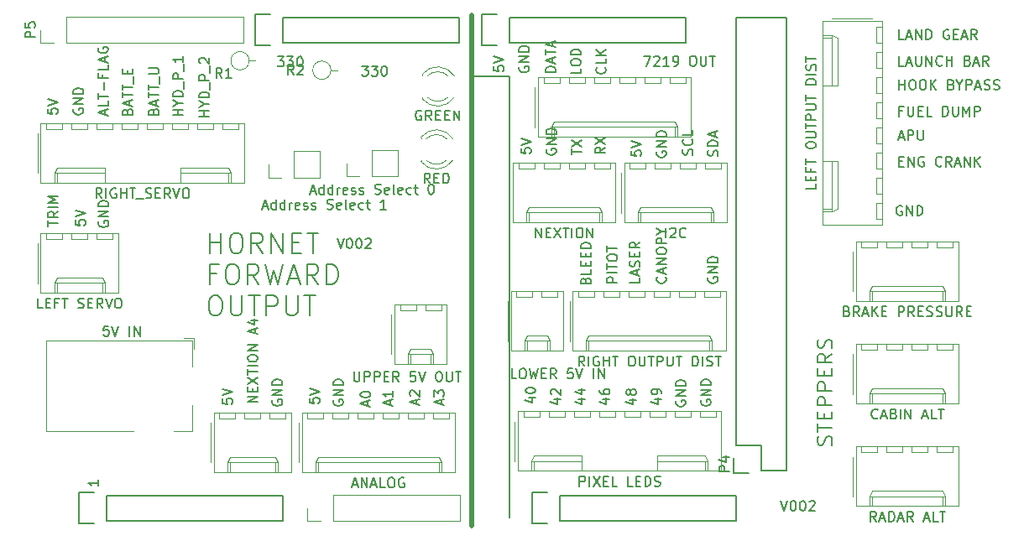
<source format=gbr>
G04 #@! TF.GenerationSoftware,KiCad,Pcbnew,(5.1.5-0-10_14)*
G04 #@! TF.CreationDate,2021-11-28T08:23:08+10:00*
G04 #@! TF.ProjectId,Hornet Forward Output Shield,486f726e-6574-4204-966f-727761726420,rev?*
G04 #@! TF.SameCoordinates,Original*
G04 #@! TF.FileFunction,Legend,Top*
G04 #@! TF.FilePolarity,Positive*
%FSLAX46Y46*%
G04 Gerber Fmt 4.6, Leading zero omitted, Abs format (unit mm)*
G04 Created by KiCad (PCBNEW (5.1.5-0-10_14)) date 2021-11-28 08:23:08*
%MOMM*%
%LPD*%
G04 APERTURE LIST*
%ADD10C,0.150000*%
%ADD11C,0.500000*%
%ADD12C,0.120000*%
G04 APERTURE END LIST*
D10*
X200612595Y-118387880D02*
X200945928Y-119387880D01*
X201279261Y-118387880D01*
X201803071Y-118387880D02*
X201898309Y-118387880D01*
X201993547Y-118435500D01*
X202041166Y-118483119D01*
X202088785Y-118578357D01*
X202136404Y-118768833D01*
X202136404Y-119006928D01*
X202088785Y-119197404D01*
X202041166Y-119292642D01*
X201993547Y-119340261D01*
X201898309Y-119387880D01*
X201803071Y-119387880D01*
X201707833Y-119340261D01*
X201660214Y-119292642D01*
X201612595Y-119197404D01*
X201564976Y-119006928D01*
X201564976Y-118768833D01*
X201612595Y-118578357D01*
X201660214Y-118483119D01*
X201707833Y-118435500D01*
X201803071Y-118387880D01*
X202755452Y-118387880D02*
X202850690Y-118387880D01*
X202945928Y-118435500D01*
X202993547Y-118483119D01*
X203041166Y-118578357D01*
X203088785Y-118768833D01*
X203088785Y-119006928D01*
X203041166Y-119197404D01*
X202993547Y-119292642D01*
X202945928Y-119340261D01*
X202850690Y-119387880D01*
X202755452Y-119387880D01*
X202660214Y-119340261D01*
X202612595Y-119292642D01*
X202564976Y-119197404D01*
X202517357Y-119006928D01*
X202517357Y-118768833D01*
X202564976Y-118578357D01*
X202612595Y-118483119D01*
X202660214Y-118435500D01*
X202755452Y-118387880D01*
X203469738Y-118483119D02*
X203517357Y-118435500D01*
X203612595Y-118387880D01*
X203850690Y-118387880D01*
X203945928Y-118435500D01*
X203993547Y-118483119D01*
X204041166Y-118578357D01*
X204041166Y-118673595D01*
X203993547Y-118816452D01*
X203422119Y-119387880D01*
X204041166Y-119387880D01*
X173228000Y-75565000D02*
X173228000Y-120078500D01*
X169481500Y-75565000D02*
X173228000Y-75565000D01*
X187872714Y-108138333D02*
X188539380Y-108138333D01*
X187491761Y-108376428D02*
X188206047Y-108614523D01*
X188206047Y-107995476D01*
X188539380Y-107566904D02*
X188539380Y-107376428D01*
X188491761Y-107281190D01*
X188444142Y-107233571D01*
X188301285Y-107138333D01*
X188110809Y-107090714D01*
X187729857Y-107090714D01*
X187634619Y-107138333D01*
X187587000Y-107185952D01*
X187539380Y-107281190D01*
X187539380Y-107471666D01*
X187587000Y-107566904D01*
X187634619Y-107614523D01*
X187729857Y-107662142D01*
X187967952Y-107662142D01*
X188063190Y-107614523D01*
X188110809Y-107566904D01*
X188158428Y-107471666D01*
X188158428Y-107281190D01*
X188110809Y-107185952D01*
X188063190Y-107138333D01*
X187967952Y-107090714D01*
X185332714Y-108201833D02*
X185999380Y-108201833D01*
X184951761Y-108439928D02*
X185666047Y-108678023D01*
X185666047Y-108058976D01*
X185427952Y-107535166D02*
X185380333Y-107630404D01*
X185332714Y-107678023D01*
X185237476Y-107725642D01*
X185189857Y-107725642D01*
X185094619Y-107678023D01*
X185047000Y-107630404D01*
X184999380Y-107535166D01*
X184999380Y-107344690D01*
X185047000Y-107249452D01*
X185094619Y-107201833D01*
X185189857Y-107154214D01*
X185237476Y-107154214D01*
X185332714Y-107201833D01*
X185380333Y-107249452D01*
X185427952Y-107344690D01*
X185427952Y-107535166D01*
X185475571Y-107630404D01*
X185523190Y-107678023D01*
X185618428Y-107725642D01*
X185808904Y-107725642D01*
X185904142Y-107678023D01*
X185951761Y-107630404D01*
X185999380Y-107535166D01*
X185999380Y-107344690D01*
X185951761Y-107249452D01*
X185904142Y-107201833D01*
X185808904Y-107154214D01*
X185618428Y-107154214D01*
X185523190Y-107201833D01*
X185475571Y-107249452D01*
X185427952Y-107344690D01*
X182665714Y-108138333D02*
X183332380Y-108138333D01*
X182284761Y-108376428D02*
X182999047Y-108614523D01*
X182999047Y-107995476D01*
X182332380Y-107185952D02*
X182332380Y-107376428D01*
X182380000Y-107471666D01*
X182427619Y-107519285D01*
X182570476Y-107614523D01*
X182760952Y-107662142D01*
X183141904Y-107662142D01*
X183237142Y-107614523D01*
X183284761Y-107566904D01*
X183332380Y-107471666D01*
X183332380Y-107281190D01*
X183284761Y-107185952D01*
X183237142Y-107138333D01*
X183141904Y-107090714D01*
X182903809Y-107090714D01*
X182808571Y-107138333D01*
X182760952Y-107185952D01*
X182713333Y-107281190D01*
X182713333Y-107471666D01*
X182760952Y-107566904D01*
X182808571Y-107614523D01*
X182903809Y-107662142D01*
X180189214Y-108138333D02*
X180855880Y-108138333D01*
X179808261Y-108376428D02*
X180522547Y-108614523D01*
X180522547Y-107995476D01*
X180189214Y-107185952D02*
X180855880Y-107185952D01*
X179808261Y-107424047D02*
X180522547Y-107662142D01*
X180522547Y-107043095D01*
X177712714Y-108138333D02*
X178379380Y-108138333D01*
X177331761Y-108376428D02*
X178046047Y-108614523D01*
X178046047Y-107995476D01*
X177474619Y-107662142D02*
X177427000Y-107614523D01*
X177379380Y-107519285D01*
X177379380Y-107281190D01*
X177427000Y-107185952D01*
X177474619Y-107138333D01*
X177569857Y-107090714D01*
X177665095Y-107090714D01*
X177807952Y-107138333D01*
X178379380Y-107709761D01*
X178379380Y-107090714D01*
X175172714Y-108011333D02*
X175839380Y-108011333D01*
X174791761Y-108249428D02*
X175506047Y-108487523D01*
X175506047Y-107868476D01*
X174839380Y-107297047D02*
X174839380Y-107201809D01*
X174887000Y-107106571D01*
X174934619Y-107058952D01*
X175029857Y-107011333D01*
X175220333Y-106963714D01*
X175458428Y-106963714D01*
X175648904Y-107011333D01*
X175744142Y-107058952D01*
X175791761Y-107106571D01*
X175839380Y-107201809D01*
X175839380Y-107297047D01*
X175791761Y-107392285D01*
X175744142Y-107439904D01*
X175648904Y-107487523D01*
X175458428Y-107535142D01*
X175220333Y-107535142D01*
X175029857Y-107487523D01*
X174934619Y-107439904D01*
X174887000Y-107392285D01*
X174839380Y-107297047D01*
X190063500Y-108297095D02*
X190015880Y-108392333D01*
X190015880Y-108535190D01*
X190063500Y-108678047D01*
X190158738Y-108773285D01*
X190253976Y-108820904D01*
X190444452Y-108868523D01*
X190587309Y-108868523D01*
X190777785Y-108820904D01*
X190873023Y-108773285D01*
X190968261Y-108678047D01*
X191015880Y-108535190D01*
X191015880Y-108439952D01*
X190968261Y-108297095D01*
X190920642Y-108249476D01*
X190587309Y-108249476D01*
X190587309Y-108439952D01*
X191015880Y-107820904D02*
X190015880Y-107820904D01*
X191015880Y-107249476D01*
X190015880Y-107249476D01*
X191015880Y-106773285D02*
X190015880Y-106773285D01*
X190015880Y-106535190D01*
X190063500Y-106392333D01*
X190158738Y-106297095D01*
X190253976Y-106249476D01*
X190444452Y-106201857D01*
X190587309Y-106201857D01*
X190777785Y-106249476D01*
X190873023Y-106297095D01*
X190968261Y-106392333D01*
X191015880Y-106535190D01*
X191015880Y-106773285D01*
X192603500Y-108233595D02*
X192555880Y-108328833D01*
X192555880Y-108471690D01*
X192603500Y-108614547D01*
X192698738Y-108709785D01*
X192793976Y-108757404D01*
X192984452Y-108805023D01*
X193127309Y-108805023D01*
X193317785Y-108757404D01*
X193413023Y-108709785D01*
X193508261Y-108614547D01*
X193555880Y-108471690D01*
X193555880Y-108376452D01*
X193508261Y-108233595D01*
X193460642Y-108185976D01*
X193127309Y-108185976D01*
X193127309Y-108376452D01*
X193555880Y-107757404D02*
X192555880Y-107757404D01*
X193555880Y-107185976D01*
X192555880Y-107185976D01*
X193555880Y-106709785D02*
X192555880Y-106709785D01*
X192555880Y-106471690D01*
X192603500Y-106328833D01*
X192698738Y-106233595D01*
X192793976Y-106185976D01*
X192984452Y-106138357D01*
X193127309Y-106138357D01*
X193317785Y-106185976D01*
X193413023Y-106233595D01*
X193508261Y-106328833D01*
X193555880Y-106471690D01*
X193555880Y-106709785D01*
X166346166Y-108678023D02*
X166346166Y-108201833D01*
X166631880Y-108773261D02*
X165631880Y-108439928D01*
X166631880Y-108106595D01*
X165631880Y-107868500D02*
X165631880Y-107249452D01*
X166012833Y-107582785D01*
X166012833Y-107439928D01*
X166060452Y-107344690D01*
X166108071Y-107297071D01*
X166203309Y-107249452D01*
X166441404Y-107249452D01*
X166536642Y-107297071D01*
X166584261Y-107344690D01*
X166631880Y-107439928D01*
X166631880Y-107725642D01*
X166584261Y-107820880D01*
X166536642Y-107868500D01*
X163869666Y-108678023D02*
X163869666Y-108201833D01*
X164155380Y-108773261D02*
X163155380Y-108439928D01*
X164155380Y-108106595D01*
X163250619Y-107820880D02*
X163203000Y-107773261D01*
X163155380Y-107678023D01*
X163155380Y-107439928D01*
X163203000Y-107344690D01*
X163250619Y-107297071D01*
X163345857Y-107249452D01*
X163441095Y-107249452D01*
X163583952Y-107297071D01*
X164155380Y-107868500D01*
X164155380Y-107249452D01*
X161202666Y-108741523D02*
X161202666Y-108265333D01*
X161488380Y-108836761D02*
X160488380Y-108503428D01*
X161488380Y-108170095D01*
X161488380Y-107312952D02*
X161488380Y-107884380D01*
X161488380Y-107598666D02*
X160488380Y-107598666D01*
X160631238Y-107693904D01*
X160726476Y-107789142D01*
X160774095Y-107884380D01*
X158916666Y-108805023D02*
X158916666Y-108328833D01*
X159202380Y-108900261D02*
X158202380Y-108566928D01*
X159202380Y-108233595D01*
X158202380Y-107709785D02*
X158202380Y-107614547D01*
X158250000Y-107519309D01*
X158297619Y-107471690D01*
X158392857Y-107424071D01*
X158583333Y-107376452D01*
X158821428Y-107376452D01*
X159011904Y-107424071D01*
X159107142Y-107471690D01*
X159154761Y-107519309D01*
X159202380Y-107614547D01*
X159202380Y-107709785D01*
X159154761Y-107805023D01*
X159107142Y-107852642D01*
X159011904Y-107900261D01*
X158821428Y-107947880D01*
X158583333Y-107947880D01*
X158392857Y-107900261D01*
X158297619Y-107852642D01*
X158250000Y-107805023D01*
X158202380Y-107709785D01*
X147835880Y-108439904D02*
X146835880Y-108439904D01*
X147835880Y-107868476D01*
X146835880Y-107868476D01*
X147312071Y-107392285D02*
X147312071Y-107058952D01*
X147835880Y-106916095D02*
X147835880Y-107392285D01*
X146835880Y-107392285D01*
X146835880Y-106916095D01*
X146835880Y-106582761D02*
X147835880Y-105916095D01*
X146835880Y-105916095D02*
X147835880Y-106582761D01*
X146835880Y-105678000D02*
X146835880Y-105106571D01*
X147835880Y-105392285D02*
X146835880Y-105392285D01*
X147835880Y-104773238D02*
X146835880Y-104773238D01*
X146835880Y-104106571D02*
X146835880Y-103916095D01*
X146883500Y-103820857D01*
X146978738Y-103725619D01*
X147169214Y-103678000D01*
X147502547Y-103678000D01*
X147693023Y-103725619D01*
X147788261Y-103820857D01*
X147835880Y-103916095D01*
X147835880Y-104106571D01*
X147788261Y-104201809D01*
X147693023Y-104297047D01*
X147502547Y-104344666D01*
X147169214Y-104344666D01*
X146978738Y-104297047D01*
X146883500Y-104201809D01*
X146835880Y-104106571D01*
X147835880Y-103249428D02*
X146835880Y-103249428D01*
X147835880Y-102678000D01*
X146835880Y-102678000D01*
X147550166Y-101487523D02*
X147550166Y-101011333D01*
X147835880Y-101582761D02*
X146835880Y-101249428D01*
X147835880Y-100916095D01*
X147169214Y-100154190D02*
X147835880Y-100154190D01*
X146788261Y-100392285D02*
X147502547Y-100630380D01*
X147502547Y-100011333D01*
X153058880Y-108027214D02*
X153058880Y-108503404D01*
X153535071Y-108551023D01*
X153487452Y-108503404D01*
X153439833Y-108408166D01*
X153439833Y-108170071D01*
X153487452Y-108074833D01*
X153535071Y-108027214D01*
X153630309Y-107979595D01*
X153868404Y-107979595D01*
X153963642Y-108027214D01*
X154011261Y-108074833D01*
X154058880Y-108170071D01*
X154058880Y-108408166D01*
X154011261Y-108503404D01*
X153963642Y-108551023D01*
X153058880Y-107693880D02*
X154058880Y-107360547D01*
X153058880Y-107027214D01*
X155519500Y-108233595D02*
X155471880Y-108328833D01*
X155471880Y-108471690D01*
X155519500Y-108614547D01*
X155614738Y-108709785D01*
X155709976Y-108757404D01*
X155900452Y-108805023D01*
X156043309Y-108805023D01*
X156233785Y-108757404D01*
X156329023Y-108709785D01*
X156424261Y-108614547D01*
X156471880Y-108471690D01*
X156471880Y-108376452D01*
X156424261Y-108233595D01*
X156376642Y-108185976D01*
X156043309Y-108185976D01*
X156043309Y-108376452D01*
X156471880Y-107757404D02*
X155471880Y-107757404D01*
X156471880Y-107185976D01*
X155471880Y-107185976D01*
X156471880Y-106709785D02*
X155471880Y-106709785D01*
X155471880Y-106471690D01*
X155519500Y-106328833D01*
X155614738Y-106233595D01*
X155709976Y-106185976D01*
X155900452Y-106138357D01*
X156043309Y-106138357D01*
X156233785Y-106185976D01*
X156329023Y-106233595D01*
X156424261Y-106328833D01*
X156471880Y-106471690D01*
X156471880Y-106709785D01*
X144295880Y-108090714D02*
X144295880Y-108566904D01*
X144772071Y-108614523D01*
X144724452Y-108566904D01*
X144676833Y-108471666D01*
X144676833Y-108233571D01*
X144724452Y-108138333D01*
X144772071Y-108090714D01*
X144867309Y-108043095D01*
X145105404Y-108043095D01*
X145200642Y-108090714D01*
X145248261Y-108138333D01*
X145295880Y-108233571D01*
X145295880Y-108471666D01*
X145248261Y-108566904D01*
X145200642Y-108614523D01*
X144295880Y-107757380D02*
X145295880Y-107424047D01*
X144295880Y-107090714D01*
X149360000Y-108233595D02*
X149312380Y-108328833D01*
X149312380Y-108471690D01*
X149360000Y-108614547D01*
X149455238Y-108709785D01*
X149550476Y-108757404D01*
X149740952Y-108805023D01*
X149883809Y-108805023D01*
X150074285Y-108757404D01*
X150169523Y-108709785D01*
X150264761Y-108614547D01*
X150312380Y-108471690D01*
X150312380Y-108376452D01*
X150264761Y-108233595D01*
X150217142Y-108185976D01*
X149883809Y-108185976D01*
X149883809Y-108376452D01*
X150312380Y-107757404D02*
X149312380Y-107757404D01*
X150312380Y-107185976D01*
X149312380Y-107185976D01*
X150312380Y-106709785D02*
X149312380Y-106709785D01*
X149312380Y-106471690D01*
X149360000Y-106328833D01*
X149455238Y-106233595D01*
X149550476Y-106185976D01*
X149740952Y-106138357D01*
X149883809Y-106138357D01*
X150074285Y-106185976D01*
X150169523Y-106233595D01*
X150264761Y-106328833D01*
X150312380Y-106471690D01*
X150312380Y-106709785D01*
X142946380Y-79610904D02*
X141946380Y-79610904D01*
X142422571Y-79610904D02*
X142422571Y-79039476D01*
X142946380Y-79039476D02*
X141946380Y-79039476D01*
X142470190Y-78372809D02*
X142946380Y-78372809D01*
X141946380Y-78706142D02*
X142470190Y-78372809D01*
X141946380Y-78039476D01*
X142946380Y-77706142D02*
X141946380Y-77706142D01*
X141946380Y-77468047D01*
X141994000Y-77325190D01*
X142089238Y-77229952D01*
X142184476Y-77182333D01*
X142374952Y-77134714D01*
X142517809Y-77134714D01*
X142708285Y-77182333D01*
X142803523Y-77229952D01*
X142898761Y-77325190D01*
X142946380Y-77468047D01*
X142946380Y-77706142D01*
X143041619Y-76944238D02*
X143041619Y-76182333D01*
X142946380Y-75944238D02*
X141946380Y-75944238D01*
X141946380Y-75563285D01*
X141994000Y-75468047D01*
X142041619Y-75420428D01*
X142136857Y-75372809D01*
X142279714Y-75372809D01*
X142374952Y-75420428D01*
X142422571Y-75468047D01*
X142470190Y-75563285D01*
X142470190Y-75944238D01*
X143041619Y-75182333D02*
X143041619Y-74420428D01*
X142041619Y-74229952D02*
X141994000Y-74182333D01*
X141946380Y-74087095D01*
X141946380Y-73849000D01*
X141994000Y-73753761D01*
X142041619Y-73706142D01*
X142136857Y-73658523D01*
X142232095Y-73658523D01*
X142374952Y-73706142D01*
X142946380Y-74277571D01*
X142946380Y-73658523D01*
X140279380Y-79483904D02*
X139279380Y-79483904D01*
X139755571Y-79483904D02*
X139755571Y-78912476D01*
X140279380Y-78912476D02*
X139279380Y-78912476D01*
X139803190Y-78245809D02*
X140279380Y-78245809D01*
X139279380Y-78579142D02*
X139803190Y-78245809D01*
X139279380Y-77912476D01*
X140279380Y-77579142D02*
X139279380Y-77579142D01*
X139279380Y-77341047D01*
X139327000Y-77198190D01*
X139422238Y-77102952D01*
X139517476Y-77055333D01*
X139707952Y-77007714D01*
X139850809Y-77007714D01*
X140041285Y-77055333D01*
X140136523Y-77102952D01*
X140231761Y-77198190D01*
X140279380Y-77341047D01*
X140279380Y-77579142D01*
X140374619Y-76817238D02*
X140374619Y-76055333D01*
X140279380Y-75817238D02*
X139279380Y-75817238D01*
X139279380Y-75436285D01*
X139327000Y-75341047D01*
X139374619Y-75293428D01*
X139469857Y-75245809D01*
X139612714Y-75245809D01*
X139707952Y-75293428D01*
X139755571Y-75341047D01*
X139803190Y-75436285D01*
X139803190Y-75817238D01*
X140374619Y-75055333D02*
X140374619Y-74293428D01*
X140279380Y-73531523D02*
X140279380Y-74102952D01*
X140279380Y-73817238D02*
X139279380Y-73817238D01*
X139422238Y-73912476D01*
X139517476Y-74007714D01*
X139565095Y-74102952D01*
X137342571Y-79087071D02*
X137390190Y-78944214D01*
X137437809Y-78896595D01*
X137533047Y-78848976D01*
X137675904Y-78848976D01*
X137771142Y-78896595D01*
X137818761Y-78944214D01*
X137866380Y-79039452D01*
X137866380Y-79420404D01*
X136866380Y-79420404D01*
X136866380Y-79087071D01*
X136914000Y-78991833D01*
X136961619Y-78944214D01*
X137056857Y-78896595D01*
X137152095Y-78896595D01*
X137247333Y-78944214D01*
X137294952Y-78991833D01*
X137342571Y-79087071D01*
X137342571Y-79420404D01*
X137580666Y-78468023D02*
X137580666Y-77991833D01*
X137866380Y-78563261D02*
X136866380Y-78229928D01*
X137866380Y-77896595D01*
X136866380Y-77706119D02*
X136866380Y-77134690D01*
X137866380Y-77420404D02*
X136866380Y-77420404D01*
X136866380Y-76944214D02*
X136866380Y-76372785D01*
X137866380Y-76658500D02*
X136866380Y-76658500D01*
X137961619Y-76277547D02*
X137961619Y-75515642D01*
X136866380Y-75277547D02*
X137675904Y-75277547D01*
X137771142Y-75229928D01*
X137818761Y-75182309D01*
X137866380Y-75087071D01*
X137866380Y-74896595D01*
X137818761Y-74801357D01*
X137771142Y-74753738D01*
X137675904Y-74706119D01*
X136866380Y-74706119D01*
X134675571Y-79087071D02*
X134723190Y-78944214D01*
X134770809Y-78896595D01*
X134866047Y-78848976D01*
X135008904Y-78848976D01*
X135104142Y-78896595D01*
X135151761Y-78944214D01*
X135199380Y-79039452D01*
X135199380Y-79420404D01*
X134199380Y-79420404D01*
X134199380Y-79087071D01*
X134247000Y-78991833D01*
X134294619Y-78944214D01*
X134389857Y-78896595D01*
X134485095Y-78896595D01*
X134580333Y-78944214D01*
X134627952Y-78991833D01*
X134675571Y-79087071D01*
X134675571Y-79420404D01*
X134913666Y-78468023D02*
X134913666Y-77991833D01*
X135199380Y-78563261D02*
X134199380Y-78229928D01*
X135199380Y-77896595D01*
X134199380Y-77706119D02*
X134199380Y-77134690D01*
X135199380Y-77420404D02*
X134199380Y-77420404D01*
X134199380Y-76944214D02*
X134199380Y-76372785D01*
X135199380Y-76658500D02*
X134199380Y-76658500D01*
X135294619Y-76277547D02*
X135294619Y-75515642D01*
X134675571Y-75277547D02*
X134675571Y-74944214D01*
X135199380Y-74801357D02*
X135199380Y-75277547D01*
X134199380Y-75277547D01*
X134199380Y-74801357D01*
X132437166Y-79404523D02*
X132437166Y-78928333D01*
X132722880Y-79499761D02*
X131722880Y-79166428D01*
X132722880Y-78833095D01*
X132722880Y-78023571D02*
X132722880Y-78499761D01*
X131722880Y-78499761D01*
X131722880Y-77833095D02*
X131722880Y-77261666D01*
X132722880Y-77547380D02*
X131722880Y-77547380D01*
X132341928Y-76928333D02*
X132341928Y-76166428D01*
X132199071Y-75356904D02*
X132199071Y-75690238D01*
X132722880Y-75690238D02*
X131722880Y-75690238D01*
X131722880Y-75214047D01*
X132722880Y-74356904D02*
X132722880Y-74833095D01*
X131722880Y-74833095D01*
X132437166Y-74071190D02*
X132437166Y-73595000D01*
X132722880Y-74166428D02*
X131722880Y-73833095D01*
X132722880Y-73499761D01*
X131770500Y-72642619D02*
X131722880Y-72737857D01*
X131722880Y-72880714D01*
X131770500Y-73023571D01*
X131865738Y-73118809D01*
X131960976Y-73166428D01*
X132151452Y-73214047D01*
X132294309Y-73214047D01*
X132484785Y-73166428D01*
X132580023Y-73118809D01*
X132675261Y-73023571D01*
X132722880Y-72880714D01*
X132722880Y-72785476D01*
X132675261Y-72642619D01*
X132627642Y-72595000D01*
X132294309Y-72595000D01*
X132294309Y-72785476D01*
X126706380Y-90675761D02*
X126706380Y-90104333D01*
X127706380Y-90390047D02*
X126706380Y-90390047D01*
X127706380Y-89199571D02*
X127230190Y-89532904D01*
X127706380Y-89771000D02*
X126706380Y-89771000D01*
X126706380Y-89390047D01*
X126754000Y-89294809D01*
X126801619Y-89247190D01*
X126896857Y-89199571D01*
X127039714Y-89199571D01*
X127134952Y-89247190D01*
X127182571Y-89294809D01*
X127230190Y-89390047D01*
X127230190Y-89771000D01*
X127706380Y-88771000D02*
X126706380Y-88771000D01*
X127706380Y-88294809D02*
X126706380Y-88294809D01*
X127420666Y-87961476D01*
X126706380Y-87628142D01*
X127706380Y-87628142D01*
X126642880Y-78817214D02*
X126642880Y-79293404D01*
X127119071Y-79341023D01*
X127071452Y-79293404D01*
X127023833Y-79198166D01*
X127023833Y-78960071D01*
X127071452Y-78864833D01*
X127119071Y-78817214D01*
X127214309Y-78769595D01*
X127452404Y-78769595D01*
X127547642Y-78817214D01*
X127595261Y-78864833D01*
X127642880Y-78960071D01*
X127642880Y-79198166D01*
X127595261Y-79293404D01*
X127547642Y-79341023D01*
X126642880Y-78483880D02*
X127642880Y-78150547D01*
X126642880Y-77817214D01*
X129294000Y-78833095D02*
X129246380Y-78928333D01*
X129246380Y-79071190D01*
X129294000Y-79214047D01*
X129389238Y-79309285D01*
X129484476Y-79356904D01*
X129674952Y-79404523D01*
X129817809Y-79404523D01*
X130008285Y-79356904D01*
X130103523Y-79309285D01*
X130198761Y-79214047D01*
X130246380Y-79071190D01*
X130246380Y-78975952D01*
X130198761Y-78833095D01*
X130151142Y-78785476D01*
X129817809Y-78785476D01*
X129817809Y-78975952D01*
X130246380Y-78356904D02*
X129246380Y-78356904D01*
X130246380Y-77785476D01*
X129246380Y-77785476D01*
X130246380Y-77309285D02*
X129246380Y-77309285D01*
X129246380Y-77071190D01*
X129294000Y-76928333D01*
X129389238Y-76833095D01*
X129484476Y-76785476D01*
X129674952Y-76737857D01*
X129817809Y-76737857D01*
X130008285Y-76785476D01*
X130103523Y-76833095D01*
X130198761Y-76928333D01*
X130246380Y-77071190D01*
X130246380Y-77309285D01*
X131834000Y-90199595D02*
X131786380Y-90294833D01*
X131786380Y-90437690D01*
X131834000Y-90580547D01*
X131929238Y-90675785D01*
X132024476Y-90723404D01*
X132214952Y-90771023D01*
X132357809Y-90771023D01*
X132548285Y-90723404D01*
X132643523Y-90675785D01*
X132738761Y-90580547D01*
X132786380Y-90437690D01*
X132786380Y-90342452D01*
X132738761Y-90199595D01*
X132691142Y-90151976D01*
X132357809Y-90151976D01*
X132357809Y-90342452D01*
X132786380Y-89723404D02*
X131786380Y-89723404D01*
X132786380Y-89151976D01*
X131786380Y-89151976D01*
X132786380Y-88675785D02*
X131786380Y-88675785D01*
X131786380Y-88437690D01*
X131834000Y-88294833D01*
X131929238Y-88199595D01*
X132024476Y-88151976D01*
X132214952Y-88104357D01*
X132357809Y-88104357D01*
X132548285Y-88151976D01*
X132643523Y-88199595D01*
X132738761Y-88294833D01*
X132786380Y-88437690D01*
X132786380Y-88675785D01*
X129436880Y-90056714D02*
X129436880Y-90532904D01*
X129913071Y-90580523D01*
X129865452Y-90532904D01*
X129817833Y-90437666D01*
X129817833Y-90199571D01*
X129865452Y-90104333D01*
X129913071Y-90056714D01*
X130008309Y-90009095D01*
X130246404Y-90009095D01*
X130341642Y-90056714D01*
X130389261Y-90104333D01*
X130436880Y-90199571D01*
X130436880Y-90437666D01*
X130389261Y-90532904D01*
X130341642Y-90580523D01*
X129436880Y-89723380D02*
X130436880Y-89390047D01*
X129436880Y-89056714D01*
X177871380Y-75102404D02*
X176871380Y-75102404D01*
X176871380Y-74864309D01*
X176919000Y-74721452D01*
X177014238Y-74626214D01*
X177109476Y-74578595D01*
X177299952Y-74530976D01*
X177442809Y-74530976D01*
X177633285Y-74578595D01*
X177728523Y-74626214D01*
X177823761Y-74721452D01*
X177871380Y-74864309D01*
X177871380Y-75102404D01*
X177585666Y-74150023D02*
X177585666Y-73673833D01*
X177871380Y-74245261D02*
X176871380Y-73911928D01*
X177871380Y-73578595D01*
X176871380Y-73388119D02*
X176871380Y-72816690D01*
X177871380Y-73102404D02*
X176871380Y-73102404D01*
X177585666Y-72530976D02*
X177585666Y-72054785D01*
X177871380Y-72626214D02*
X176871380Y-72292880D01*
X177871380Y-71959547D01*
X182856142Y-74657976D02*
X182903761Y-74705595D01*
X182951380Y-74848452D01*
X182951380Y-74943690D01*
X182903761Y-75086547D01*
X182808523Y-75181785D01*
X182713285Y-75229404D01*
X182522809Y-75277023D01*
X182379952Y-75277023D01*
X182189476Y-75229404D01*
X182094238Y-75181785D01*
X181999000Y-75086547D01*
X181951380Y-74943690D01*
X181951380Y-74848452D01*
X181999000Y-74705595D01*
X182046619Y-74657976D01*
X182951380Y-73753214D02*
X182951380Y-74229404D01*
X181951380Y-74229404D01*
X182951380Y-73419880D02*
X181951380Y-73419880D01*
X182951380Y-72848452D02*
X182379952Y-73277023D01*
X181951380Y-72848452D02*
X182522809Y-73419880D01*
X180411380Y-74753214D02*
X180411380Y-75229404D01*
X179411380Y-75229404D01*
X179411380Y-74229404D02*
X179411380Y-74038928D01*
X179459000Y-73943690D01*
X179554238Y-73848452D01*
X179744714Y-73800833D01*
X180078047Y-73800833D01*
X180268523Y-73848452D01*
X180363761Y-73943690D01*
X180411380Y-74038928D01*
X180411380Y-74229404D01*
X180363761Y-74324642D01*
X180268523Y-74419880D01*
X180078047Y-74467500D01*
X179744714Y-74467500D01*
X179554238Y-74419880D01*
X179459000Y-74324642D01*
X179411380Y-74229404D01*
X180411380Y-73372261D02*
X179411380Y-73372261D01*
X179411380Y-73134166D01*
X179459000Y-72991309D01*
X179554238Y-72896071D01*
X179649476Y-72848452D01*
X179839952Y-72800833D01*
X179982809Y-72800833D01*
X180173285Y-72848452D01*
X180268523Y-72896071D01*
X180363761Y-72991309D01*
X180411380Y-73134166D01*
X180411380Y-73372261D01*
X212552595Y-84129571D02*
X212885928Y-84129571D01*
X213028785Y-84653380D02*
X212552595Y-84653380D01*
X212552595Y-83653380D01*
X213028785Y-83653380D01*
X213457357Y-84653380D02*
X213457357Y-83653380D01*
X214028785Y-84653380D01*
X214028785Y-83653380D01*
X215028785Y-83701000D02*
X214933547Y-83653380D01*
X214790690Y-83653380D01*
X214647833Y-83701000D01*
X214552595Y-83796238D01*
X214504976Y-83891476D01*
X214457357Y-84081952D01*
X214457357Y-84224809D01*
X214504976Y-84415285D01*
X214552595Y-84510523D01*
X214647833Y-84605761D01*
X214790690Y-84653380D01*
X214885928Y-84653380D01*
X215028785Y-84605761D01*
X215076404Y-84558142D01*
X215076404Y-84224809D01*
X214885928Y-84224809D01*
X216838309Y-84558142D02*
X216790690Y-84605761D01*
X216647833Y-84653380D01*
X216552595Y-84653380D01*
X216409738Y-84605761D01*
X216314500Y-84510523D01*
X216266880Y-84415285D01*
X216219261Y-84224809D01*
X216219261Y-84081952D01*
X216266880Y-83891476D01*
X216314500Y-83796238D01*
X216409738Y-83701000D01*
X216552595Y-83653380D01*
X216647833Y-83653380D01*
X216790690Y-83701000D01*
X216838309Y-83748619D01*
X217838309Y-84653380D02*
X217504976Y-84177190D01*
X217266880Y-84653380D02*
X217266880Y-83653380D01*
X217647833Y-83653380D01*
X217743071Y-83701000D01*
X217790690Y-83748619D01*
X217838309Y-83843857D01*
X217838309Y-83986714D01*
X217790690Y-84081952D01*
X217743071Y-84129571D01*
X217647833Y-84177190D01*
X217266880Y-84177190D01*
X218219261Y-84367666D02*
X218695452Y-84367666D01*
X218124023Y-84653380D02*
X218457357Y-83653380D01*
X218790690Y-84653380D01*
X219124023Y-84653380D02*
X219124023Y-83653380D01*
X219695452Y-84653380D01*
X219695452Y-83653380D01*
X220171642Y-84653380D02*
X220171642Y-83653380D01*
X220743071Y-84653380D02*
X220314500Y-84081952D01*
X220743071Y-83653380D02*
X220171642Y-84224809D01*
X212504976Y-81700666D02*
X212981166Y-81700666D01*
X212409738Y-81986380D02*
X212743071Y-80986380D01*
X213076404Y-81986380D01*
X213409738Y-81986380D02*
X213409738Y-80986380D01*
X213790690Y-80986380D01*
X213885928Y-81034000D01*
X213933547Y-81081619D01*
X213981166Y-81176857D01*
X213981166Y-81319714D01*
X213933547Y-81414952D01*
X213885928Y-81462571D01*
X213790690Y-81510190D01*
X213409738Y-81510190D01*
X214409738Y-80986380D02*
X214409738Y-81795904D01*
X214457357Y-81891142D01*
X214504976Y-81938761D01*
X214600214Y-81986380D01*
X214790690Y-81986380D01*
X214885928Y-81938761D01*
X214933547Y-81891142D01*
X214981166Y-81795904D01*
X214981166Y-80986380D01*
X212885928Y-79049571D02*
X212552595Y-79049571D01*
X212552595Y-79573380D02*
X212552595Y-78573380D01*
X213028785Y-78573380D01*
X213409738Y-78573380D02*
X213409738Y-79382904D01*
X213457357Y-79478142D01*
X213504976Y-79525761D01*
X213600214Y-79573380D01*
X213790690Y-79573380D01*
X213885928Y-79525761D01*
X213933547Y-79478142D01*
X213981166Y-79382904D01*
X213981166Y-78573380D01*
X214457357Y-79049571D02*
X214790690Y-79049571D01*
X214933547Y-79573380D02*
X214457357Y-79573380D01*
X214457357Y-78573380D01*
X214933547Y-78573380D01*
X215838309Y-79573380D02*
X215362119Y-79573380D01*
X215362119Y-78573380D01*
X216933547Y-79573380D02*
X216933547Y-78573380D01*
X217171642Y-78573380D01*
X217314500Y-78621000D01*
X217409738Y-78716238D01*
X217457357Y-78811476D01*
X217504976Y-79001952D01*
X217504976Y-79144809D01*
X217457357Y-79335285D01*
X217409738Y-79430523D01*
X217314500Y-79525761D01*
X217171642Y-79573380D01*
X216933547Y-79573380D01*
X217933547Y-78573380D02*
X217933547Y-79382904D01*
X217981166Y-79478142D01*
X218028785Y-79525761D01*
X218124023Y-79573380D01*
X218314500Y-79573380D01*
X218409738Y-79525761D01*
X218457357Y-79478142D01*
X218504976Y-79382904D01*
X218504976Y-78573380D01*
X218981166Y-79573380D02*
X218981166Y-78573380D01*
X219314500Y-79287666D01*
X219647833Y-78573380D01*
X219647833Y-79573380D01*
X220124023Y-79573380D02*
X220124023Y-78573380D01*
X220504976Y-78573380D01*
X220600214Y-78621000D01*
X220647833Y-78668619D01*
X220695452Y-78763857D01*
X220695452Y-78906714D01*
X220647833Y-79001952D01*
X220600214Y-79049571D01*
X220504976Y-79097190D01*
X220124023Y-79097190D01*
X212552595Y-76906380D02*
X212552595Y-75906380D01*
X212552595Y-76382571D02*
X213124023Y-76382571D01*
X213124023Y-76906380D02*
X213124023Y-75906380D01*
X213790690Y-75906380D02*
X213981166Y-75906380D01*
X214076404Y-75954000D01*
X214171642Y-76049238D01*
X214219261Y-76239714D01*
X214219261Y-76573047D01*
X214171642Y-76763523D01*
X214076404Y-76858761D01*
X213981166Y-76906380D01*
X213790690Y-76906380D01*
X213695452Y-76858761D01*
X213600214Y-76763523D01*
X213552595Y-76573047D01*
X213552595Y-76239714D01*
X213600214Y-76049238D01*
X213695452Y-75954000D01*
X213790690Y-75906380D01*
X214838309Y-75906380D02*
X215028785Y-75906380D01*
X215124023Y-75954000D01*
X215219261Y-76049238D01*
X215266880Y-76239714D01*
X215266880Y-76573047D01*
X215219261Y-76763523D01*
X215124023Y-76858761D01*
X215028785Y-76906380D01*
X214838309Y-76906380D01*
X214743071Y-76858761D01*
X214647833Y-76763523D01*
X214600214Y-76573047D01*
X214600214Y-76239714D01*
X214647833Y-76049238D01*
X214743071Y-75954000D01*
X214838309Y-75906380D01*
X215695452Y-76906380D02*
X215695452Y-75906380D01*
X216266880Y-76906380D02*
X215838309Y-76334952D01*
X216266880Y-75906380D02*
X215695452Y-76477809D01*
X217790690Y-76382571D02*
X217933547Y-76430190D01*
X217981166Y-76477809D01*
X218028785Y-76573047D01*
X218028785Y-76715904D01*
X217981166Y-76811142D01*
X217933547Y-76858761D01*
X217838309Y-76906380D01*
X217457357Y-76906380D01*
X217457357Y-75906380D01*
X217790690Y-75906380D01*
X217885928Y-75954000D01*
X217933547Y-76001619D01*
X217981166Y-76096857D01*
X217981166Y-76192095D01*
X217933547Y-76287333D01*
X217885928Y-76334952D01*
X217790690Y-76382571D01*
X217457357Y-76382571D01*
X218647833Y-76430190D02*
X218647833Y-76906380D01*
X218314500Y-75906380D02*
X218647833Y-76430190D01*
X218981166Y-75906380D01*
X219314500Y-76906380D02*
X219314500Y-75906380D01*
X219695452Y-75906380D01*
X219790690Y-75954000D01*
X219838309Y-76001619D01*
X219885928Y-76096857D01*
X219885928Y-76239714D01*
X219838309Y-76334952D01*
X219790690Y-76382571D01*
X219695452Y-76430190D01*
X219314500Y-76430190D01*
X220266880Y-76620666D02*
X220743071Y-76620666D01*
X220171642Y-76906380D02*
X220504976Y-75906380D01*
X220838309Y-76906380D01*
X221124023Y-76858761D02*
X221266880Y-76906380D01*
X221504976Y-76906380D01*
X221600214Y-76858761D01*
X221647833Y-76811142D01*
X221695452Y-76715904D01*
X221695452Y-76620666D01*
X221647833Y-76525428D01*
X221600214Y-76477809D01*
X221504976Y-76430190D01*
X221314500Y-76382571D01*
X221219261Y-76334952D01*
X221171642Y-76287333D01*
X221124023Y-76192095D01*
X221124023Y-76096857D01*
X221171642Y-76001619D01*
X221219261Y-75954000D01*
X221314500Y-75906380D01*
X221552595Y-75906380D01*
X221695452Y-75954000D01*
X222076404Y-76858761D02*
X222219261Y-76906380D01*
X222457357Y-76906380D01*
X222552595Y-76858761D01*
X222600214Y-76811142D01*
X222647833Y-76715904D01*
X222647833Y-76620666D01*
X222600214Y-76525428D01*
X222552595Y-76477809D01*
X222457357Y-76430190D01*
X222266880Y-76382571D01*
X222171642Y-76334952D01*
X222124023Y-76287333D01*
X222076404Y-76192095D01*
X222076404Y-76096857D01*
X222124023Y-76001619D01*
X222171642Y-75954000D01*
X222266880Y-75906380D01*
X222504976Y-75906380D01*
X222647833Y-75954000D01*
X213028785Y-74493380D02*
X212552595Y-74493380D01*
X212552595Y-73493380D01*
X213314500Y-74207666D02*
X213790690Y-74207666D01*
X213219261Y-74493380D02*
X213552595Y-73493380D01*
X213885928Y-74493380D01*
X214219261Y-73493380D02*
X214219261Y-74302904D01*
X214266880Y-74398142D01*
X214314500Y-74445761D01*
X214409738Y-74493380D01*
X214600214Y-74493380D01*
X214695452Y-74445761D01*
X214743071Y-74398142D01*
X214790690Y-74302904D01*
X214790690Y-73493380D01*
X215266880Y-74493380D02*
X215266880Y-73493380D01*
X215838309Y-74493380D01*
X215838309Y-73493380D01*
X216885928Y-74398142D02*
X216838309Y-74445761D01*
X216695452Y-74493380D01*
X216600214Y-74493380D01*
X216457357Y-74445761D01*
X216362119Y-74350523D01*
X216314500Y-74255285D01*
X216266880Y-74064809D01*
X216266880Y-73921952D01*
X216314500Y-73731476D01*
X216362119Y-73636238D01*
X216457357Y-73541000D01*
X216600214Y-73493380D01*
X216695452Y-73493380D01*
X216838309Y-73541000D01*
X216885928Y-73588619D01*
X217314500Y-74493380D02*
X217314500Y-73493380D01*
X217314500Y-73969571D02*
X217885928Y-73969571D01*
X217885928Y-74493380D02*
X217885928Y-73493380D01*
X219457357Y-73969571D02*
X219600214Y-74017190D01*
X219647833Y-74064809D01*
X219695452Y-74160047D01*
X219695452Y-74302904D01*
X219647833Y-74398142D01*
X219600214Y-74445761D01*
X219504976Y-74493380D01*
X219124023Y-74493380D01*
X219124023Y-73493380D01*
X219457357Y-73493380D01*
X219552595Y-73541000D01*
X219600214Y-73588619D01*
X219647833Y-73683857D01*
X219647833Y-73779095D01*
X219600214Y-73874333D01*
X219552595Y-73921952D01*
X219457357Y-73969571D01*
X219124023Y-73969571D01*
X220076404Y-74207666D02*
X220552595Y-74207666D01*
X219981166Y-74493380D02*
X220314500Y-73493380D01*
X220647833Y-74493380D01*
X221552595Y-74493380D02*
X221219261Y-74017190D01*
X220981166Y-74493380D02*
X220981166Y-73493380D01*
X221362119Y-73493380D01*
X221457357Y-73541000D01*
X221504976Y-73588619D01*
X221552595Y-73683857D01*
X221552595Y-73826714D01*
X221504976Y-73921952D01*
X221457357Y-73969571D01*
X221362119Y-74017190D01*
X220981166Y-74017190D01*
X213028785Y-71826380D02*
X212552595Y-71826380D01*
X212552595Y-70826380D01*
X213314500Y-71540666D02*
X213790690Y-71540666D01*
X213219261Y-71826380D02*
X213552595Y-70826380D01*
X213885928Y-71826380D01*
X214219261Y-71826380D02*
X214219261Y-70826380D01*
X214790690Y-71826380D01*
X214790690Y-70826380D01*
X215266880Y-71826380D02*
X215266880Y-70826380D01*
X215504976Y-70826380D01*
X215647833Y-70874000D01*
X215743071Y-70969238D01*
X215790690Y-71064476D01*
X215838309Y-71254952D01*
X215838309Y-71397809D01*
X215790690Y-71588285D01*
X215743071Y-71683523D01*
X215647833Y-71778761D01*
X215504976Y-71826380D01*
X215266880Y-71826380D01*
X217552595Y-70874000D02*
X217457357Y-70826380D01*
X217314500Y-70826380D01*
X217171642Y-70874000D01*
X217076404Y-70969238D01*
X217028785Y-71064476D01*
X216981166Y-71254952D01*
X216981166Y-71397809D01*
X217028785Y-71588285D01*
X217076404Y-71683523D01*
X217171642Y-71778761D01*
X217314500Y-71826380D01*
X217409738Y-71826380D01*
X217552595Y-71778761D01*
X217600214Y-71731142D01*
X217600214Y-71397809D01*
X217409738Y-71397809D01*
X218028785Y-71302571D02*
X218362119Y-71302571D01*
X218504976Y-71826380D02*
X218028785Y-71826380D01*
X218028785Y-70826380D01*
X218504976Y-70826380D01*
X218885928Y-71540666D02*
X219362119Y-71540666D01*
X218790690Y-71826380D02*
X219124023Y-70826380D01*
X219457357Y-71826380D01*
X220362119Y-71826380D02*
X220028785Y-71350190D01*
X219790690Y-71826380D02*
X219790690Y-70826380D01*
X220171642Y-70826380D01*
X220266880Y-70874000D01*
X220314500Y-70921619D01*
X220362119Y-71016857D01*
X220362119Y-71159714D01*
X220314500Y-71254952D01*
X220266880Y-71302571D01*
X220171642Y-71350190D01*
X219790690Y-71350190D01*
X212822404Y-88654000D02*
X212727166Y-88606380D01*
X212584309Y-88606380D01*
X212441452Y-88654000D01*
X212346214Y-88749238D01*
X212298595Y-88844476D01*
X212250976Y-89034952D01*
X212250976Y-89177809D01*
X212298595Y-89368285D01*
X212346214Y-89463523D01*
X212441452Y-89558761D01*
X212584309Y-89606380D01*
X212679547Y-89606380D01*
X212822404Y-89558761D01*
X212870023Y-89511142D01*
X212870023Y-89177809D01*
X212679547Y-89177809D01*
X213298595Y-89606380D02*
X213298595Y-88606380D01*
X213870023Y-89606380D01*
X213870023Y-88606380D01*
X214346214Y-89606380D02*
X214346214Y-88606380D01*
X214584309Y-88606380D01*
X214727166Y-88654000D01*
X214822404Y-88749238D01*
X214870023Y-88844476D01*
X214917642Y-89034952D01*
X214917642Y-89177809D01*
X214870023Y-89368285D01*
X214822404Y-89463523D01*
X214727166Y-89558761D01*
X214584309Y-89606380D01*
X214346214Y-89606380D01*
X171664380Y-74499214D02*
X171664380Y-74975404D01*
X172140571Y-75023023D01*
X172092952Y-74975404D01*
X172045333Y-74880166D01*
X172045333Y-74642071D01*
X172092952Y-74546833D01*
X172140571Y-74499214D01*
X172235809Y-74451595D01*
X172473904Y-74451595D01*
X172569142Y-74499214D01*
X172616761Y-74546833D01*
X172664380Y-74642071D01*
X172664380Y-74880166D01*
X172616761Y-74975404D01*
X172569142Y-75023023D01*
X171664380Y-74165880D02*
X172664380Y-73832547D01*
X171664380Y-73499214D01*
X174252000Y-74578595D02*
X174204380Y-74673833D01*
X174204380Y-74816690D01*
X174252000Y-74959547D01*
X174347238Y-75054785D01*
X174442476Y-75102404D01*
X174632952Y-75150023D01*
X174775809Y-75150023D01*
X174966285Y-75102404D01*
X175061523Y-75054785D01*
X175156761Y-74959547D01*
X175204380Y-74816690D01*
X175204380Y-74721452D01*
X175156761Y-74578595D01*
X175109142Y-74530976D01*
X174775809Y-74530976D01*
X174775809Y-74721452D01*
X175204380Y-74102404D02*
X174204380Y-74102404D01*
X175204380Y-73530976D01*
X174204380Y-73530976D01*
X175204380Y-73054785D02*
X174204380Y-73054785D01*
X174204380Y-72816690D01*
X174252000Y-72673833D01*
X174347238Y-72578595D01*
X174442476Y-72530976D01*
X174632952Y-72483357D01*
X174775809Y-72483357D01*
X174966285Y-72530976D01*
X175061523Y-72578595D01*
X175156761Y-72673833D01*
X175204380Y-72816690D01*
X175204380Y-73054785D01*
X194206761Y-83595523D02*
X194254380Y-83452666D01*
X194254380Y-83214571D01*
X194206761Y-83119333D01*
X194159142Y-83071714D01*
X194063904Y-83024095D01*
X193968666Y-83024095D01*
X193873428Y-83071714D01*
X193825809Y-83119333D01*
X193778190Y-83214571D01*
X193730571Y-83405047D01*
X193682952Y-83500285D01*
X193635333Y-83547904D01*
X193540095Y-83595523D01*
X193444857Y-83595523D01*
X193349619Y-83547904D01*
X193302000Y-83500285D01*
X193254380Y-83405047D01*
X193254380Y-83166952D01*
X193302000Y-83024095D01*
X194254380Y-82595523D02*
X193254380Y-82595523D01*
X193254380Y-82357428D01*
X193302000Y-82214571D01*
X193397238Y-82119333D01*
X193492476Y-82071714D01*
X193682952Y-82024095D01*
X193825809Y-82024095D01*
X194016285Y-82071714D01*
X194111523Y-82119333D01*
X194206761Y-82214571D01*
X194254380Y-82357428D01*
X194254380Y-82595523D01*
X193968666Y-81643142D02*
X193968666Y-81166952D01*
X194254380Y-81738380D02*
X193254380Y-81405047D01*
X194254380Y-81071714D01*
X191666761Y-83468523D02*
X191714380Y-83325666D01*
X191714380Y-83087571D01*
X191666761Y-82992333D01*
X191619142Y-82944714D01*
X191523904Y-82897095D01*
X191428666Y-82897095D01*
X191333428Y-82944714D01*
X191285809Y-82992333D01*
X191238190Y-83087571D01*
X191190571Y-83278047D01*
X191142952Y-83373285D01*
X191095333Y-83420904D01*
X191000095Y-83468523D01*
X190904857Y-83468523D01*
X190809619Y-83420904D01*
X190762000Y-83373285D01*
X190714380Y-83278047D01*
X190714380Y-83039952D01*
X190762000Y-82897095D01*
X191619142Y-81897095D02*
X191666761Y-81944714D01*
X191714380Y-82087571D01*
X191714380Y-82182809D01*
X191666761Y-82325666D01*
X191571523Y-82420904D01*
X191476285Y-82468523D01*
X191285809Y-82516142D01*
X191142952Y-82516142D01*
X190952476Y-82468523D01*
X190857238Y-82420904D01*
X190762000Y-82325666D01*
X190714380Y-82182809D01*
X190714380Y-82087571D01*
X190762000Y-81944714D01*
X190809619Y-81897095D01*
X191714380Y-80992333D02*
X191714380Y-81468523D01*
X190714380Y-81468523D01*
X185507380Y-83071714D02*
X185507380Y-83547904D01*
X185983571Y-83595523D01*
X185935952Y-83547904D01*
X185888333Y-83452666D01*
X185888333Y-83214571D01*
X185935952Y-83119333D01*
X185983571Y-83071714D01*
X186078809Y-83024095D01*
X186316904Y-83024095D01*
X186412142Y-83071714D01*
X186459761Y-83119333D01*
X186507380Y-83214571D01*
X186507380Y-83452666D01*
X186459761Y-83547904D01*
X186412142Y-83595523D01*
X185507380Y-82738380D02*
X186507380Y-82405047D01*
X185507380Y-82071714D01*
X188095000Y-83151095D02*
X188047380Y-83246333D01*
X188047380Y-83389190D01*
X188095000Y-83532047D01*
X188190238Y-83627285D01*
X188285476Y-83674904D01*
X188475952Y-83722523D01*
X188618809Y-83722523D01*
X188809285Y-83674904D01*
X188904523Y-83627285D01*
X188999761Y-83532047D01*
X189047380Y-83389190D01*
X189047380Y-83293952D01*
X188999761Y-83151095D01*
X188952142Y-83103476D01*
X188618809Y-83103476D01*
X188618809Y-83293952D01*
X189047380Y-82674904D02*
X188047380Y-82674904D01*
X189047380Y-82103476D01*
X188047380Y-82103476D01*
X189047380Y-81627285D02*
X188047380Y-81627285D01*
X188047380Y-81389190D01*
X188095000Y-81246333D01*
X188190238Y-81151095D01*
X188285476Y-81103476D01*
X188475952Y-81055857D01*
X188618809Y-81055857D01*
X188809285Y-81103476D01*
X188904523Y-81151095D01*
X188999761Y-81246333D01*
X189047380Y-81389190D01*
X189047380Y-81627285D01*
X182887880Y-82722476D02*
X182411690Y-83055809D01*
X182887880Y-83293904D02*
X181887880Y-83293904D01*
X181887880Y-82912952D01*
X181935500Y-82817714D01*
X181983119Y-82770095D01*
X182078357Y-82722476D01*
X182221214Y-82722476D01*
X182316452Y-82770095D01*
X182364071Y-82817714D01*
X182411690Y-82912952D01*
X182411690Y-83293904D01*
X181887880Y-82389142D02*
X182887880Y-81722476D01*
X181887880Y-81722476D02*
X182887880Y-82389142D01*
X179474880Y-83436761D02*
X179474880Y-82865333D01*
X180474880Y-83151047D02*
X179474880Y-83151047D01*
X179474880Y-82627238D02*
X180474880Y-81960571D01*
X179474880Y-81960571D02*
X180474880Y-82627238D01*
X174394880Y-82817714D02*
X174394880Y-83293904D01*
X174871071Y-83341523D01*
X174823452Y-83293904D01*
X174775833Y-83198666D01*
X174775833Y-82960571D01*
X174823452Y-82865333D01*
X174871071Y-82817714D01*
X174966309Y-82770095D01*
X175204404Y-82770095D01*
X175299642Y-82817714D01*
X175347261Y-82865333D01*
X175394880Y-82960571D01*
X175394880Y-83198666D01*
X175347261Y-83293904D01*
X175299642Y-83341523D01*
X174394880Y-82484380D02*
X175394880Y-82151047D01*
X174394880Y-81817714D01*
X176982500Y-82897095D02*
X176934880Y-82992333D01*
X176934880Y-83135190D01*
X176982500Y-83278047D01*
X177077738Y-83373285D01*
X177172976Y-83420904D01*
X177363452Y-83468523D01*
X177506309Y-83468523D01*
X177696785Y-83420904D01*
X177792023Y-83373285D01*
X177887261Y-83278047D01*
X177934880Y-83135190D01*
X177934880Y-83039952D01*
X177887261Y-82897095D01*
X177839642Y-82849476D01*
X177506309Y-82849476D01*
X177506309Y-83039952D01*
X177934880Y-82420904D02*
X176934880Y-82420904D01*
X177934880Y-81849476D01*
X176934880Y-81849476D01*
X177934880Y-81373285D02*
X176934880Y-81373285D01*
X176934880Y-81135190D01*
X176982500Y-80992333D01*
X177077738Y-80897095D01*
X177172976Y-80849476D01*
X177363452Y-80801857D01*
X177506309Y-80801857D01*
X177696785Y-80849476D01*
X177792023Y-80897095D01*
X177887261Y-80992333D01*
X177934880Y-81135190D01*
X177934880Y-81373285D01*
X188952142Y-95803476D02*
X188999761Y-95851095D01*
X189047380Y-95993952D01*
X189047380Y-96089190D01*
X188999761Y-96232047D01*
X188904523Y-96327285D01*
X188809285Y-96374904D01*
X188618809Y-96422523D01*
X188475952Y-96422523D01*
X188285476Y-96374904D01*
X188190238Y-96327285D01*
X188095000Y-96232047D01*
X188047380Y-96089190D01*
X188047380Y-95993952D01*
X188095000Y-95851095D01*
X188142619Y-95803476D01*
X188761666Y-95422523D02*
X188761666Y-94946333D01*
X189047380Y-95517761D02*
X188047380Y-95184428D01*
X189047380Y-94851095D01*
X189047380Y-94517761D02*
X188047380Y-94517761D01*
X189047380Y-93946333D01*
X188047380Y-93946333D01*
X188047380Y-93279666D02*
X188047380Y-93089190D01*
X188095000Y-92993952D01*
X188190238Y-92898714D01*
X188380714Y-92851095D01*
X188714047Y-92851095D01*
X188904523Y-92898714D01*
X188999761Y-92993952D01*
X189047380Y-93089190D01*
X189047380Y-93279666D01*
X188999761Y-93374904D01*
X188904523Y-93470142D01*
X188714047Y-93517761D01*
X188380714Y-93517761D01*
X188190238Y-93470142D01*
X188095000Y-93374904D01*
X188047380Y-93279666D01*
X189047380Y-92422523D02*
X188047380Y-92422523D01*
X188047380Y-92041571D01*
X188095000Y-91946333D01*
X188142619Y-91898714D01*
X188237857Y-91851095D01*
X188380714Y-91851095D01*
X188475952Y-91898714D01*
X188523571Y-91946333D01*
X188571190Y-92041571D01*
X188571190Y-92422523D01*
X188571190Y-91232047D02*
X189047380Y-91232047D01*
X188047380Y-91565380D02*
X188571190Y-91232047D01*
X188047380Y-90898714D01*
X186380380Y-95898714D02*
X186380380Y-96374904D01*
X185380380Y-96374904D01*
X186094666Y-95613000D02*
X186094666Y-95136809D01*
X186380380Y-95708238D02*
X185380380Y-95374904D01*
X186380380Y-95041571D01*
X186332761Y-94755857D02*
X186380380Y-94613000D01*
X186380380Y-94374904D01*
X186332761Y-94279666D01*
X186285142Y-94232047D01*
X186189904Y-94184428D01*
X186094666Y-94184428D01*
X185999428Y-94232047D01*
X185951809Y-94279666D01*
X185904190Y-94374904D01*
X185856571Y-94565380D01*
X185808952Y-94660619D01*
X185761333Y-94708238D01*
X185666095Y-94755857D01*
X185570857Y-94755857D01*
X185475619Y-94708238D01*
X185428000Y-94660619D01*
X185380380Y-94565380D01*
X185380380Y-94327285D01*
X185428000Y-94184428D01*
X185856571Y-93755857D02*
X185856571Y-93422523D01*
X186380380Y-93279666D02*
X186380380Y-93755857D01*
X185380380Y-93755857D01*
X185380380Y-93279666D01*
X186380380Y-92279666D02*
X185904190Y-92613000D01*
X186380380Y-92851095D02*
X185380380Y-92851095D01*
X185380380Y-92470142D01*
X185428000Y-92374904D01*
X185475619Y-92327285D01*
X185570857Y-92279666D01*
X185713714Y-92279666D01*
X185808952Y-92327285D01*
X185856571Y-92374904D01*
X185904190Y-92470142D01*
X185904190Y-92851095D01*
X184094380Y-96374904D02*
X183094380Y-96374904D01*
X183094380Y-95993952D01*
X183142000Y-95898714D01*
X183189619Y-95851095D01*
X183284857Y-95803476D01*
X183427714Y-95803476D01*
X183522952Y-95851095D01*
X183570571Y-95898714D01*
X183618190Y-95993952D01*
X183618190Y-96374904D01*
X184094380Y-95374904D02*
X183094380Y-95374904D01*
X183094380Y-95041571D02*
X183094380Y-94470142D01*
X184094380Y-94755857D02*
X183094380Y-94755857D01*
X183094380Y-93946333D02*
X183094380Y-93755857D01*
X183142000Y-93660619D01*
X183237238Y-93565380D01*
X183427714Y-93517761D01*
X183761047Y-93517761D01*
X183951523Y-93565380D01*
X184046761Y-93660619D01*
X184094380Y-93755857D01*
X184094380Y-93946333D01*
X184046761Y-94041571D01*
X183951523Y-94136809D01*
X183761047Y-94184428D01*
X183427714Y-94184428D01*
X183237238Y-94136809D01*
X183142000Y-94041571D01*
X183094380Y-93946333D01*
X183094380Y-93232047D02*
X183094380Y-92660619D01*
X184094380Y-92946333D02*
X183094380Y-92946333D01*
X180903571Y-96168571D02*
X180951190Y-96025714D01*
X180998809Y-95978095D01*
X181094047Y-95930476D01*
X181236904Y-95930476D01*
X181332142Y-95978095D01*
X181379761Y-96025714D01*
X181427380Y-96120952D01*
X181427380Y-96501904D01*
X180427380Y-96501904D01*
X180427380Y-96168571D01*
X180475000Y-96073333D01*
X180522619Y-96025714D01*
X180617857Y-95978095D01*
X180713095Y-95978095D01*
X180808333Y-96025714D01*
X180855952Y-96073333D01*
X180903571Y-96168571D01*
X180903571Y-96501904D01*
X181427380Y-95025714D02*
X181427380Y-95501904D01*
X180427380Y-95501904D01*
X180903571Y-94692380D02*
X180903571Y-94359047D01*
X181427380Y-94216190D02*
X181427380Y-94692380D01*
X180427380Y-94692380D01*
X180427380Y-94216190D01*
X180903571Y-93787619D02*
X180903571Y-93454285D01*
X181427380Y-93311428D02*
X181427380Y-93787619D01*
X180427380Y-93787619D01*
X180427380Y-93311428D01*
X181427380Y-92882857D02*
X180427380Y-92882857D01*
X180427380Y-92644761D01*
X180475000Y-92501904D01*
X180570238Y-92406666D01*
X180665476Y-92359047D01*
X180855952Y-92311428D01*
X180998809Y-92311428D01*
X181189285Y-92359047D01*
X181284523Y-92406666D01*
X181379761Y-92501904D01*
X181427380Y-92644761D01*
X181427380Y-92882857D01*
X193302000Y-95851095D02*
X193254380Y-95946333D01*
X193254380Y-96089190D01*
X193302000Y-96232047D01*
X193397238Y-96327285D01*
X193492476Y-96374904D01*
X193682952Y-96422523D01*
X193825809Y-96422523D01*
X194016285Y-96374904D01*
X194111523Y-96327285D01*
X194206761Y-96232047D01*
X194254380Y-96089190D01*
X194254380Y-95993952D01*
X194206761Y-95851095D01*
X194159142Y-95803476D01*
X193825809Y-95803476D01*
X193825809Y-95993952D01*
X194254380Y-95374904D02*
X193254380Y-95374904D01*
X194254380Y-94803476D01*
X193254380Y-94803476D01*
X194254380Y-94327285D02*
X193254380Y-94327285D01*
X193254380Y-94089190D01*
X193302000Y-93946333D01*
X193397238Y-93851095D01*
X193492476Y-93803476D01*
X193682952Y-93755857D01*
X193825809Y-93755857D01*
X194016285Y-93803476D01*
X194111523Y-93851095D01*
X194206761Y-93946333D01*
X194254380Y-94089190D01*
X194254380Y-94327285D01*
X205712142Y-112763428D02*
X205783571Y-112549142D01*
X205783571Y-112192000D01*
X205712142Y-112049142D01*
X205640714Y-111977714D01*
X205497857Y-111906285D01*
X205355000Y-111906285D01*
X205212142Y-111977714D01*
X205140714Y-112049142D01*
X205069285Y-112192000D01*
X204997857Y-112477714D01*
X204926428Y-112620571D01*
X204855000Y-112692000D01*
X204712142Y-112763428D01*
X204569285Y-112763428D01*
X204426428Y-112692000D01*
X204355000Y-112620571D01*
X204283571Y-112477714D01*
X204283571Y-112120571D01*
X204355000Y-111906285D01*
X204283571Y-111477714D02*
X204283571Y-110620571D01*
X205783571Y-111049142D02*
X204283571Y-111049142D01*
X204997857Y-110120571D02*
X204997857Y-109620571D01*
X205783571Y-109406285D02*
X205783571Y-110120571D01*
X204283571Y-110120571D01*
X204283571Y-109406285D01*
X205783571Y-108763428D02*
X204283571Y-108763428D01*
X204283571Y-108192000D01*
X204355000Y-108049142D01*
X204426428Y-107977714D01*
X204569285Y-107906285D01*
X204783571Y-107906285D01*
X204926428Y-107977714D01*
X204997857Y-108049142D01*
X205069285Y-108192000D01*
X205069285Y-108763428D01*
X205783571Y-107263428D02*
X204283571Y-107263428D01*
X204283571Y-106692000D01*
X204355000Y-106549142D01*
X204426428Y-106477714D01*
X204569285Y-106406285D01*
X204783571Y-106406285D01*
X204926428Y-106477714D01*
X204997857Y-106549142D01*
X205069285Y-106692000D01*
X205069285Y-107263428D01*
X204997857Y-105763428D02*
X204997857Y-105263428D01*
X205783571Y-105049142D02*
X205783571Y-105763428D01*
X204283571Y-105763428D01*
X204283571Y-105049142D01*
X205783571Y-103549142D02*
X205069285Y-104049142D01*
X205783571Y-104406285D02*
X204283571Y-104406285D01*
X204283571Y-103834857D01*
X204355000Y-103692000D01*
X204426428Y-103620571D01*
X204569285Y-103549142D01*
X204783571Y-103549142D01*
X204926428Y-103620571D01*
X204997857Y-103692000D01*
X205069285Y-103834857D01*
X205069285Y-104406285D01*
X205712142Y-102977714D02*
X205783571Y-102763428D01*
X205783571Y-102406285D01*
X205712142Y-102263428D01*
X205640714Y-102192000D01*
X205497857Y-102120571D01*
X205355000Y-102120571D01*
X205212142Y-102192000D01*
X205140714Y-102263428D01*
X205069285Y-102406285D01*
X204997857Y-102692000D01*
X204926428Y-102834857D01*
X204855000Y-102906285D01*
X204712142Y-102977714D01*
X204569285Y-102977714D01*
X204426428Y-102906285D01*
X204355000Y-102834857D01*
X204283571Y-102692000D01*
X204283571Y-102334857D01*
X204355000Y-102120571D01*
X155845095Y-91908380D02*
X156178428Y-92908380D01*
X156511761Y-91908380D01*
X157035571Y-91908380D02*
X157130809Y-91908380D01*
X157226047Y-91956000D01*
X157273666Y-92003619D01*
X157321285Y-92098857D01*
X157368904Y-92289333D01*
X157368904Y-92527428D01*
X157321285Y-92717904D01*
X157273666Y-92813142D01*
X157226047Y-92860761D01*
X157130809Y-92908380D01*
X157035571Y-92908380D01*
X156940333Y-92860761D01*
X156892714Y-92813142D01*
X156845095Y-92717904D01*
X156797476Y-92527428D01*
X156797476Y-92289333D01*
X156845095Y-92098857D01*
X156892714Y-92003619D01*
X156940333Y-91956000D01*
X157035571Y-91908380D01*
X157987952Y-91908380D02*
X158083190Y-91908380D01*
X158178428Y-91956000D01*
X158226047Y-92003619D01*
X158273666Y-92098857D01*
X158321285Y-92289333D01*
X158321285Y-92527428D01*
X158273666Y-92717904D01*
X158226047Y-92813142D01*
X158178428Y-92860761D01*
X158083190Y-92908380D01*
X157987952Y-92908380D01*
X157892714Y-92860761D01*
X157845095Y-92813142D01*
X157797476Y-92717904D01*
X157749857Y-92527428D01*
X157749857Y-92289333D01*
X157797476Y-92098857D01*
X157845095Y-92003619D01*
X157892714Y-91956000D01*
X157987952Y-91908380D01*
X158702238Y-92003619D02*
X158749857Y-91956000D01*
X158845095Y-91908380D01*
X159083190Y-91908380D01*
X159178428Y-91956000D01*
X159226047Y-92003619D01*
X159273666Y-92098857D01*
X159273666Y-92194095D01*
X159226047Y-92336952D01*
X158654619Y-92908380D01*
X159273666Y-92908380D01*
X143004190Y-93385761D02*
X143004190Y-91385761D01*
X143004190Y-92338142D02*
X144147047Y-92338142D01*
X144147047Y-93385761D02*
X144147047Y-91385761D01*
X145480380Y-91385761D02*
X145861333Y-91385761D01*
X146051809Y-91481000D01*
X146242285Y-91671476D01*
X146337523Y-92052428D01*
X146337523Y-92719095D01*
X146242285Y-93100047D01*
X146051809Y-93290523D01*
X145861333Y-93385761D01*
X145480380Y-93385761D01*
X145289904Y-93290523D01*
X145099428Y-93100047D01*
X145004190Y-92719095D01*
X145004190Y-92052428D01*
X145099428Y-91671476D01*
X145289904Y-91481000D01*
X145480380Y-91385761D01*
X148337523Y-93385761D02*
X147670857Y-92433380D01*
X147194666Y-93385761D02*
X147194666Y-91385761D01*
X147956571Y-91385761D01*
X148147047Y-91481000D01*
X148242285Y-91576238D01*
X148337523Y-91766714D01*
X148337523Y-92052428D01*
X148242285Y-92242904D01*
X148147047Y-92338142D01*
X147956571Y-92433380D01*
X147194666Y-92433380D01*
X149194666Y-93385761D02*
X149194666Y-91385761D01*
X150337523Y-93385761D01*
X150337523Y-91385761D01*
X151289904Y-92338142D02*
X151956571Y-92338142D01*
X152242285Y-93385761D02*
X151289904Y-93385761D01*
X151289904Y-91385761D01*
X152242285Y-91385761D01*
X152813714Y-91385761D02*
X153956571Y-91385761D01*
X153385142Y-93385761D02*
X153385142Y-91385761D01*
X143670857Y-95488142D02*
X143004190Y-95488142D01*
X143004190Y-96535761D02*
X143004190Y-94535761D01*
X143956571Y-94535761D01*
X145099428Y-94535761D02*
X145480380Y-94535761D01*
X145670857Y-94631000D01*
X145861333Y-94821476D01*
X145956571Y-95202428D01*
X145956571Y-95869095D01*
X145861333Y-96250047D01*
X145670857Y-96440523D01*
X145480380Y-96535761D01*
X145099428Y-96535761D01*
X144908952Y-96440523D01*
X144718476Y-96250047D01*
X144623238Y-95869095D01*
X144623238Y-95202428D01*
X144718476Y-94821476D01*
X144908952Y-94631000D01*
X145099428Y-94535761D01*
X147956571Y-96535761D02*
X147289904Y-95583380D01*
X146813714Y-96535761D02*
X146813714Y-94535761D01*
X147575619Y-94535761D01*
X147766095Y-94631000D01*
X147861333Y-94726238D01*
X147956571Y-94916714D01*
X147956571Y-95202428D01*
X147861333Y-95392904D01*
X147766095Y-95488142D01*
X147575619Y-95583380D01*
X146813714Y-95583380D01*
X148623238Y-94535761D02*
X149099428Y-96535761D01*
X149480380Y-95107190D01*
X149861333Y-96535761D01*
X150337523Y-94535761D01*
X151004190Y-95964333D02*
X151956571Y-95964333D01*
X150813714Y-96535761D02*
X151480380Y-94535761D01*
X152147047Y-96535761D01*
X153956571Y-96535761D02*
X153289904Y-95583380D01*
X152813714Y-96535761D02*
X152813714Y-94535761D01*
X153575619Y-94535761D01*
X153766095Y-94631000D01*
X153861333Y-94726238D01*
X153956571Y-94916714D01*
X153956571Y-95202428D01*
X153861333Y-95392904D01*
X153766095Y-95488142D01*
X153575619Y-95583380D01*
X152813714Y-95583380D01*
X154813714Y-96535761D02*
X154813714Y-94535761D01*
X155289904Y-94535761D01*
X155575619Y-94631000D01*
X155766095Y-94821476D01*
X155861333Y-95011952D01*
X155956571Y-95392904D01*
X155956571Y-95678619D01*
X155861333Y-96059571D01*
X155766095Y-96250047D01*
X155575619Y-96440523D01*
X155289904Y-96535761D01*
X154813714Y-96535761D01*
X143385142Y-97685761D02*
X143766095Y-97685761D01*
X143956571Y-97781000D01*
X144147047Y-97971476D01*
X144242285Y-98352428D01*
X144242285Y-99019095D01*
X144147047Y-99400047D01*
X143956571Y-99590523D01*
X143766095Y-99685761D01*
X143385142Y-99685761D01*
X143194666Y-99590523D01*
X143004190Y-99400047D01*
X142908952Y-99019095D01*
X142908952Y-98352428D01*
X143004190Y-97971476D01*
X143194666Y-97781000D01*
X143385142Y-97685761D01*
X145099428Y-97685761D02*
X145099428Y-99304809D01*
X145194666Y-99495285D01*
X145289904Y-99590523D01*
X145480380Y-99685761D01*
X145861333Y-99685761D01*
X146051809Y-99590523D01*
X146147047Y-99495285D01*
X146242285Y-99304809D01*
X146242285Y-97685761D01*
X146908952Y-97685761D02*
X148051809Y-97685761D01*
X147480380Y-99685761D02*
X147480380Y-97685761D01*
X148718476Y-99685761D02*
X148718476Y-97685761D01*
X149480380Y-97685761D01*
X149670857Y-97781000D01*
X149766095Y-97876238D01*
X149861333Y-98066714D01*
X149861333Y-98352428D01*
X149766095Y-98542904D01*
X149670857Y-98638142D01*
X149480380Y-98733380D01*
X148718476Y-98733380D01*
X150718476Y-97685761D02*
X150718476Y-99304809D01*
X150813714Y-99495285D01*
X150908952Y-99590523D01*
X151099428Y-99685761D01*
X151480380Y-99685761D01*
X151670857Y-99590523D01*
X151766095Y-99495285D01*
X151861333Y-99304809D01*
X151861333Y-97685761D01*
X152528000Y-97685761D02*
X153670857Y-97685761D01*
X153099428Y-99685761D02*
X153099428Y-97685761D01*
D11*
X169418000Y-69342000D02*
X169418000Y-120904000D01*
D10*
X131770380Y-116300285D02*
X131770380Y-116871714D01*
X131770380Y-116586000D02*
X130770380Y-116586000D01*
X130913238Y-116681238D01*
X131008476Y-116776476D01*
X131056095Y-116871714D01*
D12*
X150660000Y-110092000D02*
X150660000Y-109492000D01*
X149060000Y-110092000D02*
X150660000Y-110092000D01*
X149060000Y-109492000D02*
X149060000Y-110092000D01*
X148120000Y-110092000D02*
X148120000Y-109492000D01*
X146520000Y-110092000D02*
X148120000Y-110092000D01*
X146520000Y-109492000D02*
X146520000Y-110092000D01*
X145580000Y-110092000D02*
X145580000Y-109492000D01*
X143980000Y-110092000D02*
X145580000Y-110092000D01*
X143980000Y-109492000D02*
X143980000Y-110092000D01*
X149610000Y-115512000D02*
X149610000Y-114512000D01*
X145030000Y-115512000D02*
X145030000Y-114512000D01*
X149610000Y-113982000D02*
X149860000Y-114512000D01*
X145030000Y-113982000D02*
X149610000Y-113982000D01*
X144780000Y-114512000D02*
X145030000Y-113982000D01*
X149860000Y-114512000D02*
X149860000Y-115512000D01*
X144780000Y-114512000D02*
X149860000Y-114512000D01*
X144780000Y-115512000D02*
X144780000Y-114512000D01*
X143110000Y-110522000D02*
X143110000Y-114522000D01*
X151240000Y-109492000D02*
X143400000Y-109492000D01*
X151240000Y-115512000D02*
X151240000Y-109492000D01*
X143400000Y-115512000D02*
X151240000Y-115512000D01*
X143400000Y-109492000D02*
X143400000Y-115512000D01*
X167170000Y-110092000D02*
X167170000Y-109492000D01*
X165570000Y-110092000D02*
X167170000Y-110092000D01*
X165570000Y-109492000D02*
X165570000Y-110092000D01*
X164630000Y-110092000D02*
X164630000Y-109492000D01*
X163030000Y-110092000D02*
X164630000Y-110092000D01*
X163030000Y-109492000D02*
X163030000Y-110092000D01*
X162090000Y-110092000D02*
X162090000Y-109492000D01*
X160490000Y-110092000D02*
X162090000Y-110092000D01*
X160490000Y-109492000D02*
X160490000Y-110092000D01*
X159550000Y-110092000D02*
X159550000Y-109492000D01*
X157950000Y-110092000D02*
X159550000Y-110092000D01*
X157950000Y-109492000D02*
X157950000Y-110092000D01*
X157010000Y-110092000D02*
X157010000Y-109492000D01*
X155410000Y-110092000D02*
X157010000Y-110092000D01*
X155410000Y-109492000D02*
X155410000Y-110092000D01*
X154470000Y-110092000D02*
X154470000Y-109492000D01*
X152870000Y-110092000D02*
X154470000Y-110092000D01*
X152870000Y-109492000D02*
X152870000Y-110092000D01*
X166120000Y-115512000D02*
X166120000Y-114512000D01*
X153920000Y-115512000D02*
X153920000Y-114512000D01*
X166120000Y-113982000D02*
X166370000Y-114512000D01*
X153920000Y-113982000D02*
X166120000Y-113982000D01*
X153670000Y-114512000D02*
X153920000Y-113982000D01*
X166370000Y-114512000D02*
X166370000Y-115512000D01*
X153670000Y-114512000D02*
X166370000Y-114512000D01*
X153670000Y-115512000D02*
X153670000Y-114512000D01*
X152000000Y-110522000D02*
X152000000Y-114522000D01*
X167750000Y-109492000D02*
X152290000Y-109492000D01*
X167750000Y-115512000D02*
X167750000Y-109492000D01*
X152290000Y-115512000D02*
X167750000Y-115512000D01*
X152290000Y-109492000D02*
X152290000Y-115512000D01*
X166344000Y-99170000D02*
X166344000Y-98570000D01*
X164744000Y-99170000D02*
X166344000Y-99170000D01*
X164744000Y-98570000D02*
X164744000Y-99170000D01*
X163804000Y-99170000D02*
X163804000Y-98570000D01*
X162204000Y-99170000D02*
X163804000Y-99170000D01*
X162204000Y-98570000D02*
X162204000Y-99170000D01*
X165294000Y-104590000D02*
X165294000Y-103590000D01*
X163254000Y-104590000D02*
X163254000Y-103590000D01*
X165294000Y-103060000D02*
X165544000Y-103590000D01*
X163254000Y-103060000D02*
X165294000Y-103060000D01*
X163004000Y-103590000D02*
X163254000Y-103060000D01*
X165544000Y-103590000D02*
X165544000Y-104590000D01*
X163004000Y-103590000D02*
X165544000Y-103590000D01*
X163004000Y-104590000D02*
X163004000Y-103590000D01*
X161334000Y-99600000D02*
X161334000Y-103600000D01*
X166924000Y-98570000D02*
X161624000Y-98570000D01*
X166924000Y-104590000D02*
X166924000Y-98570000D01*
X161624000Y-104590000D02*
X166924000Y-104590000D01*
X161624000Y-98570000D02*
X161624000Y-104590000D01*
X145898000Y-80882000D02*
X145898000Y-80282000D01*
X144298000Y-80882000D02*
X145898000Y-80882000D01*
X144298000Y-80282000D02*
X144298000Y-80882000D01*
X143358000Y-80882000D02*
X143358000Y-80282000D01*
X141758000Y-80882000D02*
X143358000Y-80882000D01*
X141758000Y-80282000D02*
X141758000Y-80882000D01*
X140818000Y-80882000D02*
X140818000Y-80282000D01*
X139218000Y-80882000D02*
X140818000Y-80882000D01*
X139218000Y-80282000D02*
X139218000Y-80882000D01*
X138278000Y-80882000D02*
X138278000Y-80282000D01*
X136678000Y-80882000D02*
X138278000Y-80882000D01*
X136678000Y-80282000D02*
X136678000Y-80882000D01*
X135738000Y-80882000D02*
X135738000Y-80282000D01*
X134138000Y-80882000D02*
X135738000Y-80882000D01*
X134138000Y-80282000D02*
X134138000Y-80882000D01*
X133198000Y-80882000D02*
X133198000Y-80282000D01*
X131598000Y-80882000D02*
X133198000Y-80882000D01*
X131598000Y-80282000D02*
X131598000Y-80882000D01*
X130658000Y-80882000D02*
X130658000Y-80282000D01*
X129058000Y-80882000D02*
X130658000Y-80882000D01*
X129058000Y-80282000D02*
X129058000Y-80882000D01*
X128118000Y-80882000D02*
X128118000Y-80282000D01*
X126518000Y-80882000D02*
X128118000Y-80882000D01*
X126518000Y-80282000D02*
X126518000Y-80882000D01*
X144848000Y-86302000D02*
X144848000Y-85302000D01*
X140018000Y-84772000D02*
X140018000Y-85302000D01*
X144848000Y-84772000D02*
X140018000Y-84772000D01*
X145098000Y-85302000D02*
X144848000Y-84772000D01*
X140018000Y-85302000D02*
X140018000Y-86302000D01*
X145098000Y-85302000D02*
X140018000Y-85302000D01*
X145098000Y-86302000D02*
X145098000Y-85302000D01*
X127568000Y-86302000D02*
X127568000Y-85302000D01*
X132398000Y-84772000D02*
X132398000Y-85302000D01*
X127568000Y-84772000D02*
X132398000Y-84772000D01*
X127318000Y-85302000D02*
X127568000Y-84772000D01*
X132398000Y-85302000D02*
X132398000Y-86302000D01*
X127318000Y-85302000D02*
X132398000Y-85302000D01*
X127318000Y-86302000D02*
X127318000Y-85302000D01*
X125648000Y-81312000D02*
X125648000Y-85312000D01*
X146478000Y-80282000D02*
X125938000Y-80282000D01*
X146478000Y-86302000D02*
X146478000Y-80282000D01*
X125938000Y-86302000D02*
X146478000Y-86302000D01*
X125938000Y-80282000D02*
X125938000Y-86302000D01*
X141235000Y-102207000D02*
X141235000Y-104807000D01*
X126535000Y-102207000D02*
X141235000Y-102207000D01*
X141235000Y-111407000D02*
X139335000Y-111407000D01*
X141235000Y-108707000D02*
X141235000Y-111407000D01*
X126535000Y-111407000D02*
X126535000Y-102207000D01*
X135335000Y-111407000D02*
X126535000Y-111407000D01*
X140385000Y-102007000D02*
X141435000Y-102007000D01*
X141435000Y-103057000D02*
X141435000Y-102007000D01*
X148911000Y-85785000D02*
X148911000Y-84455000D01*
X150241000Y-85785000D02*
X148911000Y-85785000D01*
X151511000Y-85785000D02*
X151511000Y-83125000D01*
X151511000Y-83125000D02*
X154111000Y-83125000D01*
X151511000Y-85785000D02*
X154111000Y-85785000D01*
X154111000Y-85785000D02*
X154111000Y-83125000D01*
X156785000Y-85658000D02*
X156785000Y-84328000D01*
X158115000Y-85658000D02*
X156785000Y-85658000D01*
X159385000Y-85658000D02*
X159385000Y-82998000D01*
X159385000Y-82998000D02*
X161985000Y-82998000D01*
X159385000Y-85658000D02*
X161985000Y-85658000D01*
X161985000Y-85658000D02*
X161985000Y-82998000D01*
X183362000Y-84882500D02*
X183362000Y-84282500D01*
X181762000Y-84882500D02*
X183362000Y-84882500D01*
X181762000Y-84282500D02*
X181762000Y-84882500D01*
X180822000Y-84882500D02*
X180822000Y-84282500D01*
X179222000Y-84882500D02*
X180822000Y-84882500D01*
X179222000Y-84282500D02*
X179222000Y-84882500D01*
X178282000Y-84882500D02*
X178282000Y-84282500D01*
X176682000Y-84882500D02*
X178282000Y-84882500D01*
X176682000Y-84282500D02*
X176682000Y-84882500D01*
X175742000Y-84882500D02*
X175742000Y-84282500D01*
X174142000Y-84882500D02*
X175742000Y-84882500D01*
X174142000Y-84282500D02*
X174142000Y-84882500D01*
X182312000Y-90302500D02*
X182312000Y-89302500D01*
X175192000Y-90302500D02*
X175192000Y-89302500D01*
X182312000Y-88772500D02*
X182562000Y-89302500D01*
X175192000Y-88772500D02*
X182312000Y-88772500D01*
X174942000Y-89302500D02*
X175192000Y-88772500D01*
X182562000Y-89302500D02*
X182562000Y-90302500D01*
X174942000Y-89302500D02*
X182562000Y-89302500D01*
X174942000Y-90302500D02*
X174942000Y-89302500D01*
X173272000Y-85312500D02*
X173272000Y-89312500D01*
X183942000Y-84282500D02*
X173562000Y-84282500D01*
X183942000Y-90302500D02*
X183942000Y-84282500D01*
X173562000Y-90302500D02*
X183942000Y-90302500D01*
X173562000Y-84282500D02*
X173562000Y-90302500D01*
X194602000Y-84882500D02*
X194602000Y-84282500D01*
X193002000Y-84882500D02*
X194602000Y-84882500D01*
X193002000Y-84282500D02*
X193002000Y-84882500D01*
X192062000Y-84882500D02*
X192062000Y-84282500D01*
X190462000Y-84882500D02*
X192062000Y-84882500D01*
X190462000Y-84282500D02*
X190462000Y-84882500D01*
X189522000Y-84882500D02*
X189522000Y-84282500D01*
X187922000Y-84882500D02*
X189522000Y-84882500D01*
X187922000Y-84282500D02*
X187922000Y-84882500D01*
X186982000Y-84882500D02*
X186982000Y-84282500D01*
X185382000Y-84882500D02*
X186982000Y-84882500D01*
X185382000Y-84282500D02*
X185382000Y-84882500D01*
X193552000Y-90302500D02*
X193552000Y-89302500D01*
X186432000Y-90302500D02*
X186432000Y-89302500D01*
X193552000Y-88772500D02*
X193802000Y-89302500D01*
X186432000Y-88772500D02*
X193552000Y-88772500D01*
X186182000Y-89302500D02*
X186432000Y-88772500D01*
X193802000Y-89302500D02*
X193802000Y-90302500D01*
X186182000Y-89302500D02*
X193802000Y-89302500D01*
X186182000Y-90302500D02*
X186182000Y-89302500D01*
X184512000Y-85312500D02*
X184512000Y-89312500D01*
X195182000Y-84282500D02*
X184802000Y-84282500D01*
X195182000Y-90302500D02*
X195182000Y-84282500D01*
X184802000Y-90302500D02*
X195182000Y-90302500D01*
X184802000Y-84282500D02*
X184802000Y-90302500D01*
X194030000Y-109965000D02*
X194030000Y-109365000D01*
X192430000Y-109965000D02*
X194030000Y-109965000D01*
X192430000Y-109365000D02*
X192430000Y-109965000D01*
X191490000Y-109965000D02*
X191490000Y-109365000D01*
X189890000Y-109965000D02*
X191490000Y-109965000D01*
X189890000Y-109365000D02*
X189890000Y-109965000D01*
X188950000Y-109965000D02*
X188950000Y-109365000D01*
X187350000Y-109965000D02*
X188950000Y-109965000D01*
X187350000Y-109365000D02*
X187350000Y-109965000D01*
X186410000Y-109965000D02*
X186410000Y-109365000D01*
X184810000Y-109965000D02*
X186410000Y-109965000D01*
X184810000Y-109365000D02*
X184810000Y-109965000D01*
X183870000Y-109965000D02*
X183870000Y-109365000D01*
X182270000Y-109965000D02*
X183870000Y-109965000D01*
X182270000Y-109365000D02*
X182270000Y-109965000D01*
X181330000Y-109965000D02*
X181330000Y-109365000D01*
X179730000Y-109965000D02*
X181330000Y-109965000D01*
X179730000Y-109365000D02*
X179730000Y-109965000D01*
X178790000Y-109965000D02*
X178790000Y-109365000D01*
X177190000Y-109965000D02*
X178790000Y-109965000D01*
X177190000Y-109365000D02*
X177190000Y-109965000D01*
X176250000Y-109965000D02*
X176250000Y-109365000D01*
X174650000Y-109965000D02*
X176250000Y-109965000D01*
X174650000Y-109365000D02*
X174650000Y-109965000D01*
X192980000Y-115385000D02*
X192980000Y-114385000D01*
X188150000Y-113855000D02*
X188150000Y-114385000D01*
X192980000Y-113855000D02*
X188150000Y-113855000D01*
X193230000Y-114385000D02*
X192980000Y-113855000D01*
X188150000Y-114385000D02*
X188150000Y-115385000D01*
X193230000Y-114385000D02*
X188150000Y-114385000D01*
X193230000Y-115385000D02*
X193230000Y-114385000D01*
X175700000Y-115385000D02*
X175700000Y-114385000D01*
X180530000Y-113855000D02*
X180530000Y-114385000D01*
X175700000Y-113855000D02*
X180530000Y-113855000D01*
X175450000Y-114385000D02*
X175700000Y-113855000D01*
X180530000Y-114385000D02*
X180530000Y-115385000D01*
X175450000Y-114385000D02*
X180530000Y-114385000D01*
X175450000Y-115385000D02*
X175450000Y-114385000D01*
X173780000Y-110395000D02*
X173780000Y-114395000D01*
X194610000Y-109365000D02*
X174070000Y-109365000D01*
X194610000Y-115385000D02*
X194610000Y-109365000D01*
X174070000Y-115385000D02*
X194610000Y-115385000D01*
X174070000Y-109365000D02*
X174070000Y-115385000D01*
X217970000Y-103170000D02*
X217970000Y-102570000D01*
X216370000Y-103170000D02*
X217970000Y-103170000D01*
X216370000Y-102570000D02*
X216370000Y-103170000D01*
X215430000Y-103170000D02*
X215430000Y-102570000D01*
X213830000Y-103170000D02*
X215430000Y-103170000D01*
X213830000Y-102570000D02*
X213830000Y-103170000D01*
X212890000Y-103170000D02*
X212890000Y-102570000D01*
X211290000Y-103170000D02*
X212890000Y-103170000D01*
X211290000Y-102570000D02*
X211290000Y-103170000D01*
X210350000Y-103170000D02*
X210350000Y-102570000D01*
X208750000Y-103170000D02*
X210350000Y-103170000D01*
X208750000Y-102570000D02*
X208750000Y-103170000D01*
X216920000Y-108590000D02*
X216920000Y-107590000D01*
X209800000Y-108590000D02*
X209800000Y-107590000D01*
X216920000Y-107060000D02*
X217170000Y-107590000D01*
X209800000Y-107060000D02*
X216920000Y-107060000D01*
X209550000Y-107590000D02*
X209800000Y-107060000D01*
X217170000Y-107590000D02*
X217170000Y-108590000D01*
X209550000Y-107590000D02*
X217170000Y-107590000D01*
X209550000Y-108590000D02*
X209550000Y-107590000D01*
X207880000Y-103600000D02*
X207880000Y-107600000D01*
X218550000Y-102570000D02*
X208170000Y-102570000D01*
X218550000Y-108590000D02*
X218550000Y-102570000D01*
X208170000Y-108590000D02*
X218550000Y-108590000D01*
X208170000Y-102570000D02*
X208170000Y-108590000D01*
X217970000Y-113521000D02*
X217970000Y-112921000D01*
X216370000Y-113521000D02*
X217970000Y-113521000D01*
X216370000Y-112921000D02*
X216370000Y-113521000D01*
X215430000Y-113521000D02*
X215430000Y-112921000D01*
X213830000Y-113521000D02*
X215430000Y-113521000D01*
X213830000Y-112921000D02*
X213830000Y-113521000D01*
X212890000Y-113521000D02*
X212890000Y-112921000D01*
X211290000Y-113521000D02*
X212890000Y-113521000D01*
X211290000Y-112921000D02*
X211290000Y-113521000D01*
X210350000Y-113521000D02*
X210350000Y-112921000D01*
X208750000Y-113521000D02*
X210350000Y-113521000D01*
X208750000Y-112921000D02*
X208750000Y-113521000D01*
X216920000Y-118941000D02*
X216920000Y-117941000D01*
X209800000Y-118941000D02*
X209800000Y-117941000D01*
X216920000Y-117411000D02*
X217170000Y-117941000D01*
X209800000Y-117411000D02*
X216920000Y-117411000D01*
X209550000Y-117941000D02*
X209800000Y-117411000D01*
X217170000Y-117941000D02*
X217170000Y-118941000D01*
X209550000Y-117941000D02*
X217170000Y-117941000D01*
X209550000Y-118941000D02*
X209550000Y-117941000D01*
X207880000Y-113951000D02*
X207880000Y-117951000D01*
X218550000Y-112921000D02*
X208170000Y-112921000D01*
X218550000Y-118941000D02*
X218550000Y-112921000D01*
X208170000Y-118941000D02*
X218550000Y-118941000D01*
X208170000Y-112921000D02*
X208170000Y-118941000D01*
X210202000Y-89954000D02*
X210802000Y-89954000D01*
X210202000Y-88354000D02*
X210202000Y-89954000D01*
X210802000Y-88354000D02*
X210202000Y-88354000D01*
X210202000Y-87414000D02*
X210802000Y-87414000D01*
X210202000Y-85814000D02*
X210202000Y-87414000D01*
X210802000Y-85814000D02*
X210202000Y-85814000D01*
X210202000Y-84874000D02*
X210802000Y-84874000D01*
X210202000Y-83274000D02*
X210202000Y-84874000D01*
X210802000Y-83274000D02*
X210202000Y-83274000D01*
X210202000Y-82334000D02*
X210802000Y-82334000D01*
X210202000Y-80734000D02*
X210202000Y-82334000D01*
X210802000Y-80734000D02*
X210202000Y-80734000D01*
X210202000Y-79794000D02*
X210802000Y-79794000D01*
X210202000Y-78194000D02*
X210202000Y-79794000D01*
X210802000Y-78194000D02*
X210202000Y-78194000D01*
X210202000Y-77254000D02*
X210802000Y-77254000D01*
X210202000Y-75654000D02*
X210202000Y-77254000D01*
X210802000Y-75654000D02*
X210202000Y-75654000D01*
X210202000Y-74714000D02*
X210802000Y-74714000D01*
X210202000Y-73114000D02*
X210202000Y-74714000D01*
X210802000Y-73114000D02*
X210202000Y-73114000D01*
X210202000Y-72174000D02*
X210802000Y-72174000D01*
X210202000Y-70574000D02*
X210202000Y-72174000D01*
X210802000Y-70574000D02*
X210202000Y-70574000D01*
X204782000Y-88904000D02*
X205782000Y-88904000D01*
X206312000Y-84074000D02*
X205782000Y-84074000D01*
X206312000Y-88904000D02*
X206312000Y-84074000D01*
X205782000Y-89154000D02*
X206312000Y-88904000D01*
X205782000Y-84074000D02*
X204782000Y-84074000D01*
X205782000Y-89154000D02*
X205782000Y-84074000D01*
X204782000Y-89154000D02*
X205782000Y-89154000D01*
X204782000Y-71624000D02*
X205782000Y-71624000D01*
X206312000Y-76454000D02*
X205782000Y-76454000D01*
X206312000Y-71624000D02*
X206312000Y-76454000D01*
X205782000Y-71374000D02*
X206312000Y-71624000D01*
X205782000Y-76454000D02*
X204782000Y-76454000D01*
X205782000Y-71374000D02*
X205782000Y-76454000D01*
X204782000Y-71374000D02*
X205782000Y-71374000D01*
X209772000Y-69704000D02*
X205772000Y-69704000D01*
X210802000Y-90534000D02*
X210802000Y-69994000D01*
X204782000Y-90534000D02*
X210802000Y-90534000D01*
X204782000Y-69994000D02*
X204782000Y-90534000D01*
X210802000Y-69994000D02*
X204782000Y-69994000D01*
X217970000Y-92820000D02*
X217970000Y-92220000D01*
X216370000Y-92820000D02*
X217970000Y-92820000D01*
X216370000Y-92220000D02*
X216370000Y-92820000D01*
X215430000Y-92820000D02*
X215430000Y-92220000D01*
X213830000Y-92820000D02*
X215430000Y-92820000D01*
X213830000Y-92220000D02*
X213830000Y-92820000D01*
X212890000Y-92820000D02*
X212890000Y-92220000D01*
X211290000Y-92820000D02*
X212890000Y-92820000D01*
X211290000Y-92220000D02*
X211290000Y-92820000D01*
X210350000Y-92820000D02*
X210350000Y-92220000D01*
X208750000Y-92820000D02*
X210350000Y-92820000D01*
X208750000Y-92220000D02*
X208750000Y-92820000D01*
X216920000Y-98240000D02*
X216920000Y-97240000D01*
X209800000Y-98240000D02*
X209800000Y-97240000D01*
X216920000Y-96710000D02*
X217170000Y-97240000D01*
X209800000Y-96710000D02*
X216920000Y-96710000D01*
X209550000Y-97240000D02*
X209800000Y-96710000D01*
X217170000Y-97240000D02*
X217170000Y-98240000D01*
X209550000Y-97240000D02*
X217170000Y-97240000D01*
X209550000Y-98240000D02*
X209550000Y-97240000D01*
X207880000Y-93250000D02*
X207880000Y-97250000D01*
X218550000Y-92220000D02*
X208170000Y-92220000D01*
X218550000Y-98240000D02*
X218550000Y-92220000D01*
X208170000Y-98240000D02*
X218550000Y-98240000D01*
X208170000Y-92220000D02*
X208170000Y-98240000D01*
X194475000Y-97836000D02*
X194475000Y-97236000D01*
X192875000Y-97836000D02*
X194475000Y-97836000D01*
X192875000Y-97236000D02*
X192875000Y-97836000D01*
X191935000Y-97836000D02*
X191935000Y-97236000D01*
X190335000Y-97836000D02*
X191935000Y-97836000D01*
X190335000Y-97236000D02*
X190335000Y-97836000D01*
X189395000Y-97836000D02*
X189395000Y-97236000D01*
X187795000Y-97836000D02*
X189395000Y-97836000D01*
X187795000Y-97236000D02*
X187795000Y-97836000D01*
X186855000Y-97836000D02*
X186855000Y-97236000D01*
X185255000Y-97836000D02*
X186855000Y-97836000D01*
X185255000Y-97236000D02*
X185255000Y-97836000D01*
X184315000Y-97836000D02*
X184315000Y-97236000D01*
X182715000Y-97836000D02*
X184315000Y-97836000D01*
X182715000Y-97236000D02*
X182715000Y-97836000D01*
X181775000Y-97836000D02*
X181775000Y-97236000D01*
X180175000Y-97836000D02*
X181775000Y-97836000D01*
X180175000Y-97236000D02*
X180175000Y-97836000D01*
X193425000Y-103256000D02*
X193425000Y-102256000D01*
X181225000Y-103256000D02*
X181225000Y-102256000D01*
X193425000Y-101726000D02*
X193675000Y-102256000D01*
X181225000Y-101726000D02*
X193425000Y-101726000D01*
X180975000Y-102256000D02*
X181225000Y-101726000D01*
X193675000Y-102256000D02*
X193675000Y-103256000D01*
X180975000Y-102256000D02*
X193675000Y-102256000D01*
X180975000Y-103256000D02*
X180975000Y-102256000D01*
X179305000Y-98266000D02*
X179305000Y-102266000D01*
X195055000Y-97236000D02*
X179595000Y-97236000D01*
X195055000Y-103256000D02*
X195055000Y-97236000D01*
X179595000Y-103256000D02*
X195055000Y-103256000D01*
X179595000Y-97236000D02*
X179595000Y-103256000D01*
X133198000Y-91994500D02*
X133198000Y-91394500D01*
X131598000Y-91994500D02*
X133198000Y-91994500D01*
X131598000Y-91394500D02*
X131598000Y-91994500D01*
X130658000Y-91994500D02*
X130658000Y-91394500D01*
X129058000Y-91994500D02*
X130658000Y-91994500D01*
X129058000Y-91394500D02*
X129058000Y-91994500D01*
X128118000Y-91994500D02*
X128118000Y-91394500D01*
X126518000Y-91994500D02*
X128118000Y-91994500D01*
X126518000Y-91394500D02*
X126518000Y-91994500D01*
X132148000Y-97414500D02*
X132148000Y-96414500D01*
X127568000Y-97414500D02*
X127568000Y-96414500D01*
X132148000Y-95884500D02*
X132398000Y-96414500D01*
X127568000Y-95884500D02*
X132148000Y-95884500D01*
X127318000Y-96414500D02*
X127568000Y-95884500D01*
X132398000Y-96414500D02*
X132398000Y-97414500D01*
X127318000Y-96414500D02*
X132398000Y-96414500D01*
X127318000Y-97414500D02*
X127318000Y-96414500D01*
X125648000Y-92424500D02*
X125648000Y-96424500D01*
X133778000Y-91394500D02*
X125938000Y-91394500D01*
X133778000Y-97414500D02*
X133778000Y-91394500D01*
X125938000Y-97414500D02*
X133778000Y-97414500D01*
X125938000Y-91394500D02*
X125938000Y-97414500D01*
X155225000Y-74930000D02*
G75*
G03X155225000Y-74930000I-920000J0D01*
G01*
X155225000Y-74930000D02*
X155845000Y-74930000D01*
X146970000Y-73977500D02*
G75*
G03X146970000Y-73977500I-920000J0D01*
G01*
X146970000Y-73977500D02*
X147590000Y-73977500D01*
X190982000Y-76246500D02*
X190982000Y-75646500D01*
X189382000Y-76246500D02*
X190982000Y-76246500D01*
X189382000Y-75646500D02*
X189382000Y-76246500D01*
X188442000Y-76246500D02*
X188442000Y-75646500D01*
X186842000Y-76246500D02*
X188442000Y-76246500D01*
X186842000Y-75646500D02*
X186842000Y-76246500D01*
X185902000Y-76246500D02*
X185902000Y-75646500D01*
X184302000Y-76246500D02*
X185902000Y-76246500D01*
X184302000Y-75646500D02*
X184302000Y-76246500D01*
X183362000Y-76246500D02*
X183362000Y-75646500D01*
X181762000Y-76246500D02*
X183362000Y-76246500D01*
X181762000Y-75646500D02*
X181762000Y-76246500D01*
X180822000Y-76246500D02*
X180822000Y-75646500D01*
X179222000Y-76246500D02*
X180822000Y-76246500D01*
X179222000Y-75646500D02*
X179222000Y-76246500D01*
X178282000Y-76246500D02*
X178282000Y-75646500D01*
X176682000Y-76246500D02*
X178282000Y-76246500D01*
X176682000Y-75646500D02*
X176682000Y-76246500D01*
X189932000Y-81666500D02*
X189932000Y-80666500D01*
X177732000Y-81666500D02*
X177732000Y-80666500D01*
X189932000Y-80136500D02*
X190182000Y-80666500D01*
X177732000Y-80136500D02*
X189932000Y-80136500D01*
X177482000Y-80666500D02*
X177732000Y-80136500D01*
X190182000Y-80666500D02*
X190182000Y-81666500D01*
X177482000Y-80666500D02*
X190182000Y-80666500D01*
X177482000Y-81666500D02*
X177482000Y-80666500D01*
X175812000Y-76676500D02*
X175812000Y-80676500D01*
X191562000Y-75646500D02*
X176102000Y-75646500D01*
X191562000Y-81666500D02*
X191562000Y-75646500D01*
X176102000Y-81666500D02*
X191562000Y-81666500D01*
X176102000Y-75646500D02*
X176102000Y-81666500D01*
X178092000Y-97836000D02*
X178092000Y-97236000D01*
X176492000Y-97836000D02*
X178092000Y-97836000D01*
X176492000Y-97236000D02*
X176492000Y-97836000D01*
X175552000Y-97836000D02*
X175552000Y-97236000D01*
X173952000Y-97836000D02*
X175552000Y-97836000D01*
X173952000Y-97236000D02*
X173952000Y-97836000D01*
X177042000Y-103256000D02*
X177042000Y-102256000D01*
X175002000Y-103256000D02*
X175002000Y-102256000D01*
X177042000Y-101726000D02*
X177292000Y-102256000D01*
X175002000Y-101726000D02*
X177042000Y-101726000D01*
X174752000Y-102256000D02*
X175002000Y-101726000D01*
X177292000Y-102256000D02*
X177292000Y-103256000D01*
X174752000Y-102256000D02*
X177292000Y-102256000D01*
X174752000Y-103256000D02*
X174752000Y-102256000D01*
X173082000Y-98266000D02*
X173082000Y-102266000D01*
X178672000Y-97236000D02*
X173372000Y-97236000D01*
X178672000Y-103256000D02*
X178672000Y-97236000D01*
X173372000Y-103256000D02*
X178672000Y-103256000D01*
X173372000Y-97236000D02*
X173372000Y-103256000D01*
X164302000Y-84011000D02*
X164302000Y-84167000D01*
X164302000Y-81695000D02*
X164302000Y-81851000D01*
X166903130Y-84010837D02*
G75*
G02X164821039Y-84011000I-1041130J1079837D01*
G01*
X166903130Y-81851163D02*
G75*
G03X164821039Y-81851000I-1041130J-1079837D01*
G01*
X167534335Y-84009608D02*
G75*
G02X164302000Y-84166516I-1672335J1078608D01*
G01*
X167534335Y-81852392D02*
G75*
G03X164302000Y-81695484I-1672335J-1078608D01*
G01*
X164429000Y-77661000D02*
X164429000Y-77817000D01*
X164429000Y-75345000D02*
X164429000Y-75501000D01*
X167030130Y-77660837D02*
G75*
G02X164948039Y-77661000I-1041130J1079837D01*
G01*
X167030130Y-75501163D02*
G75*
G03X164948039Y-75501000I-1041130J-1079837D01*
G01*
X167661335Y-77659608D02*
G75*
G02X164429000Y-77816516I-1672335J1078608D01*
G01*
X167661335Y-75502392D02*
G75*
G03X164429000Y-75345484I-1672335J-1078608D01*
G01*
X125924000Y-72196000D02*
X125924000Y-70866000D01*
X127254000Y-72196000D02*
X125924000Y-72196000D01*
X128524000Y-72196000D02*
X128524000Y-69536000D01*
X128524000Y-69536000D02*
X146364000Y-69536000D01*
X128524000Y-72196000D02*
X146364000Y-72196000D01*
X146364000Y-72196000D02*
X146364000Y-69536000D01*
X152848000Y-120456000D02*
X152848000Y-119126000D01*
X154178000Y-120456000D02*
X152848000Y-120456000D01*
X155448000Y-120456000D02*
X155448000Y-117796000D01*
X155448000Y-117796000D02*
X168208000Y-117796000D01*
X155448000Y-120456000D02*
X168208000Y-120456000D01*
X168208000Y-120456000D02*
X168208000Y-117796000D01*
D10*
X201168000Y-115316000D02*
X201168000Y-69596000D01*
X196088000Y-69596000D02*
X196088000Y-112776000D01*
X201168000Y-69596000D02*
X196088000Y-69596000D01*
X201168000Y-115316000D02*
X198628000Y-115316000D01*
X195808000Y-114046000D02*
X195808000Y-115596000D01*
X198628000Y-115316000D02*
X198628000Y-112776000D01*
X198628000Y-112776000D02*
X196088000Y-112776000D01*
X195808000Y-115596000D02*
X197358000Y-115596000D01*
X132588000Y-120396000D02*
X150368000Y-120396000D01*
X150368000Y-120396000D02*
X150368000Y-117856000D01*
X150368000Y-117856000D02*
X132588000Y-117856000D01*
X129768000Y-120676000D02*
X131318000Y-120676000D01*
X132588000Y-120396000D02*
X132588000Y-117856000D01*
X131318000Y-117576000D02*
X129768000Y-117576000D01*
X129768000Y-117576000D02*
X129768000Y-120676000D01*
X178308000Y-120396000D02*
X196088000Y-120396000D01*
X196088000Y-120396000D02*
X196088000Y-117856000D01*
X196088000Y-117856000D02*
X178308000Y-117856000D01*
X175488000Y-120676000D02*
X177038000Y-120676000D01*
X178308000Y-120396000D02*
X178308000Y-117856000D01*
X177038000Y-117576000D02*
X175488000Y-117576000D01*
X175488000Y-117576000D02*
X175488000Y-120676000D01*
X150368000Y-72136000D02*
X168148000Y-72136000D01*
X168148000Y-72136000D02*
X168148000Y-69596000D01*
X168148000Y-69596000D02*
X150368000Y-69596000D01*
X147548000Y-72416000D02*
X149098000Y-72416000D01*
X150368000Y-72136000D02*
X150368000Y-69596000D01*
X149098000Y-69316000D02*
X147548000Y-69316000D01*
X147548000Y-69316000D02*
X147548000Y-72416000D01*
X173228000Y-72136000D02*
X191008000Y-72136000D01*
X191008000Y-72136000D02*
X191008000Y-69596000D01*
X191008000Y-69596000D02*
X173228000Y-69596000D01*
X170408000Y-72416000D02*
X171958000Y-72416000D01*
X173228000Y-72136000D02*
X173228000Y-69596000D01*
X171958000Y-69316000D02*
X170408000Y-69316000D01*
X170408000Y-69316000D02*
X170408000Y-72416000D01*
X157400952Y-116768666D02*
X157877142Y-116768666D01*
X157305714Y-117054380D02*
X157639047Y-116054380D01*
X157972380Y-117054380D01*
X158305714Y-117054380D02*
X158305714Y-116054380D01*
X158877142Y-117054380D01*
X158877142Y-116054380D01*
X159305714Y-116768666D02*
X159781904Y-116768666D01*
X159210476Y-117054380D02*
X159543809Y-116054380D01*
X159877142Y-117054380D01*
X160686666Y-117054380D02*
X160210476Y-117054380D01*
X160210476Y-116054380D01*
X161210476Y-116054380D02*
X161400952Y-116054380D01*
X161496190Y-116102000D01*
X161591428Y-116197238D01*
X161639047Y-116387714D01*
X161639047Y-116721047D01*
X161591428Y-116911523D01*
X161496190Y-117006761D01*
X161400952Y-117054380D01*
X161210476Y-117054380D01*
X161115238Y-117006761D01*
X161020000Y-116911523D01*
X160972380Y-116721047D01*
X160972380Y-116387714D01*
X161020000Y-116197238D01*
X161115238Y-116102000D01*
X161210476Y-116054380D01*
X162591428Y-116102000D02*
X162496190Y-116054380D01*
X162353333Y-116054380D01*
X162210476Y-116102000D01*
X162115238Y-116197238D01*
X162067619Y-116292476D01*
X162020000Y-116482952D01*
X162020000Y-116625809D01*
X162067619Y-116816285D01*
X162115238Y-116911523D01*
X162210476Y-117006761D01*
X162353333Y-117054380D01*
X162448571Y-117054380D01*
X162591428Y-117006761D01*
X162639047Y-116959142D01*
X162639047Y-116625809D01*
X162448571Y-116625809D01*
X157543666Y-105370380D02*
X157543666Y-106179904D01*
X157591285Y-106275142D01*
X157638904Y-106322761D01*
X157734142Y-106370380D01*
X157924619Y-106370380D01*
X158019857Y-106322761D01*
X158067476Y-106275142D01*
X158115095Y-106179904D01*
X158115095Y-105370380D01*
X158591285Y-106370380D02*
X158591285Y-105370380D01*
X158972238Y-105370380D01*
X159067476Y-105418000D01*
X159115095Y-105465619D01*
X159162714Y-105560857D01*
X159162714Y-105703714D01*
X159115095Y-105798952D01*
X159067476Y-105846571D01*
X158972238Y-105894190D01*
X158591285Y-105894190D01*
X159591285Y-106370380D02*
X159591285Y-105370380D01*
X159972238Y-105370380D01*
X160067476Y-105418000D01*
X160115095Y-105465619D01*
X160162714Y-105560857D01*
X160162714Y-105703714D01*
X160115095Y-105798952D01*
X160067476Y-105846571D01*
X159972238Y-105894190D01*
X159591285Y-105894190D01*
X160591285Y-105846571D02*
X160924619Y-105846571D01*
X161067476Y-106370380D02*
X160591285Y-106370380D01*
X160591285Y-105370380D01*
X161067476Y-105370380D01*
X162067476Y-106370380D02*
X161734142Y-105894190D01*
X161496047Y-106370380D02*
X161496047Y-105370380D01*
X161877000Y-105370380D01*
X161972238Y-105418000D01*
X162019857Y-105465619D01*
X162067476Y-105560857D01*
X162067476Y-105703714D01*
X162019857Y-105798952D01*
X161972238Y-105846571D01*
X161877000Y-105894190D01*
X161496047Y-105894190D01*
X163734142Y-105370380D02*
X163257952Y-105370380D01*
X163210333Y-105846571D01*
X163257952Y-105798952D01*
X163353190Y-105751333D01*
X163591285Y-105751333D01*
X163686523Y-105798952D01*
X163734142Y-105846571D01*
X163781761Y-105941809D01*
X163781761Y-106179904D01*
X163734142Y-106275142D01*
X163686523Y-106322761D01*
X163591285Y-106370380D01*
X163353190Y-106370380D01*
X163257952Y-106322761D01*
X163210333Y-106275142D01*
X164067476Y-105370380D02*
X164400809Y-106370380D01*
X164734142Y-105370380D01*
X166019857Y-105370380D02*
X166210333Y-105370380D01*
X166305571Y-105418000D01*
X166400809Y-105513238D01*
X166448428Y-105703714D01*
X166448428Y-106037047D01*
X166400809Y-106227523D01*
X166305571Y-106322761D01*
X166210333Y-106370380D01*
X166019857Y-106370380D01*
X165924619Y-106322761D01*
X165829380Y-106227523D01*
X165781761Y-106037047D01*
X165781761Y-105703714D01*
X165829380Y-105513238D01*
X165924619Y-105418000D01*
X166019857Y-105370380D01*
X166877000Y-105370380D02*
X166877000Y-106179904D01*
X166924619Y-106275142D01*
X166972238Y-106322761D01*
X167067476Y-106370380D01*
X167257952Y-106370380D01*
X167353190Y-106322761D01*
X167400809Y-106275142D01*
X167448428Y-106179904D01*
X167448428Y-105370380D01*
X167781761Y-105370380D02*
X168353190Y-105370380D01*
X168067476Y-106370380D02*
X168067476Y-105370380D01*
X132112761Y-87844380D02*
X131779428Y-87368190D01*
X131541333Y-87844380D02*
X131541333Y-86844380D01*
X131922285Y-86844380D01*
X132017523Y-86892000D01*
X132065142Y-86939619D01*
X132112761Y-87034857D01*
X132112761Y-87177714D01*
X132065142Y-87272952D01*
X132017523Y-87320571D01*
X131922285Y-87368190D01*
X131541333Y-87368190D01*
X132541333Y-87844380D02*
X132541333Y-86844380D01*
X133541333Y-86892000D02*
X133446095Y-86844380D01*
X133303238Y-86844380D01*
X133160380Y-86892000D01*
X133065142Y-86987238D01*
X133017523Y-87082476D01*
X132969904Y-87272952D01*
X132969904Y-87415809D01*
X133017523Y-87606285D01*
X133065142Y-87701523D01*
X133160380Y-87796761D01*
X133303238Y-87844380D01*
X133398476Y-87844380D01*
X133541333Y-87796761D01*
X133588952Y-87749142D01*
X133588952Y-87415809D01*
X133398476Y-87415809D01*
X134017523Y-87844380D02*
X134017523Y-86844380D01*
X134017523Y-87320571D02*
X134588952Y-87320571D01*
X134588952Y-87844380D02*
X134588952Y-86844380D01*
X134922285Y-86844380D02*
X135493714Y-86844380D01*
X135208000Y-87844380D02*
X135208000Y-86844380D01*
X135588952Y-87939619D02*
X136350857Y-87939619D01*
X136541333Y-87796761D02*
X136684190Y-87844380D01*
X136922285Y-87844380D01*
X137017523Y-87796761D01*
X137065142Y-87749142D01*
X137112761Y-87653904D01*
X137112761Y-87558666D01*
X137065142Y-87463428D01*
X137017523Y-87415809D01*
X136922285Y-87368190D01*
X136731809Y-87320571D01*
X136636571Y-87272952D01*
X136588952Y-87225333D01*
X136541333Y-87130095D01*
X136541333Y-87034857D01*
X136588952Y-86939619D01*
X136636571Y-86892000D01*
X136731809Y-86844380D01*
X136969904Y-86844380D01*
X137112761Y-86892000D01*
X137541333Y-87320571D02*
X137874666Y-87320571D01*
X138017523Y-87844380D02*
X137541333Y-87844380D01*
X137541333Y-86844380D01*
X138017523Y-86844380D01*
X139017523Y-87844380D02*
X138684190Y-87368190D01*
X138446095Y-87844380D02*
X138446095Y-86844380D01*
X138827047Y-86844380D01*
X138922285Y-86892000D01*
X138969904Y-86939619D01*
X139017523Y-87034857D01*
X139017523Y-87177714D01*
X138969904Y-87272952D01*
X138922285Y-87320571D01*
X138827047Y-87368190D01*
X138446095Y-87368190D01*
X139303238Y-86844380D02*
X139636571Y-87844380D01*
X139969904Y-86844380D01*
X140493714Y-86844380D02*
X140684190Y-86844380D01*
X140779428Y-86892000D01*
X140874666Y-86987238D01*
X140922285Y-87177714D01*
X140922285Y-87511047D01*
X140874666Y-87701523D01*
X140779428Y-87796761D01*
X140684190Y-87844380D01*
X140493714Y-87844380D01*
X140398476Y-87796761D01*
X140303238Y-87701523D01*
X140255619Y-87511047D01*
X140255619Y-87177714D01*
X140303238Y-86987238D01*
X140398476Y-86892000D01*
X140493714Y-86844380D01*
X132801666Y-100759380D02*
X132325476Y-100759380D01*
X132277857Y-101235571D01*
X132325476Y-101187952D01*
X132420714Y-101140333D01*
X132658809Y-101140333D01*
X132754047Y-101187952D01*
X132801666Y-101235571D01*
X132849285Y-101330809D01*
X132849285Y-101568904D01*
X132801666Y-101664142D01*
X132754047Y-101711761D01*
X132658809Y-101759380D01*
X132420714Y-101759380D01*
X132325476Y-101711761D01*
X132277857Y-101664142D01*
X133135000Y-100759380D02*
X133468333Y-101759380D01*
X133801666Y-100759380D01*
X134896904Y-101759380D02*
X134896904Y-100759380D01*
X135373095Y-101759380D02*
X135373095Y-100759380D01*
X135944523Y-101759380D01*
X135944523Y-100759380D01*
X148320904Y-88685666D02*
X148797095Y-88685666D01*
X148225666Y-88971380D02*
X148559000Y-87971380D01*
X148892333Y-88971380D01*
X149654238Y-88971380D02*
X149654238Y-87971380D01*
X149654238Y-88923761D02*
X149559000Y-88971380D01*
X149368523Y-88971380D01*
X149273285Y-88923761D01*
X149225666Y-88876142D01*
X149178047Y-88780904D01*
X149178047Y-88495190D01*
X149225666Y-88399952D01*
X149273285Y-88352333D01*
X149368523Y-88304714D01*
X149559000Y-88304714D01*
X149654238Y-88352333D01*
X150559000Y-88971380D02*
X150559000Y-87971380D01*
X150559000Y-88923761D02*
X150463761Y-88971380D01*
X150273285Y-88971380D01*
X150178047Y-88923761D01*
X150130428Y-88876142D01*
X150082809Y-88780904D01*
X150082809Y-88495190D01*
X150130428Y-88399952D01*
X150178047Y-88352333D01*
X150273285Y-88304714D01*
X150463761Y-88304714D01*
X150559000Y-88352333D01*
X151035190Y-88971380D02*
X151035190Y-88304714D01*
X151035190Y-88495190D02*
X151082809Y-88399952D01*
X151130428Y-88352333D01*
X151225666Y-88304714D01*
X151320904Y-88304714D01*
X152035190Y-88923761D02*
X151939952Y-88971380D01*
X151749476Y-88971380D01*
X151654238Y-88923761D01*
X151606619Y-88828523D01*
X151606619Y-88447571D01*
X151654238Y-88352333D01*
X151749476Y-88304714D01*
X151939952Y-88304714D01*
X152035190Y-88352333D01*
X152082809Y-88447571D01*
X152082809Y-88542809D01*
X151606619Y-88638047D01*
X152463761Y-88923761D02*
X152559000Y-88971380D01*
X152749476Y-88971380D01*
X152844714Y-88923761D01*
X152892333Y-88828523D01*
X152892333Y-88780904D01*
X152844714Y-88685666D01*
X152749476Y-88638047D01*
X152606619Y-88638047D01*
X152511380Y-88590428D01*
X152463761Y-88495190D01*
X152463761Y-88447571D01*
X152511380Y-88352333D01*
X152606619Y-88304714D01*
X152749476Y-88304714D01*
X152844714Y-88352333D01*
X153273285Y-88923761D02*
X153368523Y-88971380D01*
X153559000Y-88971380D01*
X153654238Y-88923761D01*
X153701857Y-88828523D01*
X153701857Y-88780904D01*
X153654238Y-88685666D01*
X153559000Y-88638047D01*
X153416142Y-88638047D01*
X153320904Y-88590428D01*
X153273285Y-88495190D01*
X153273285Y-88447571D01*
X153320904Y-88352333D01*
X153416142Y-88304714D01*
X153559000Y-88304714D01*
X153654238Y-88352333D01*
X154844714Y-88923761D02*
X154987571Y-88971380D01*
X155225666Y-88971380D01*
X155320904Y-88923761D01*
X155368523Y-88876142D01*
X155416142Y-88780904D01*
X155416142Y-88685666D01*
X155368523Y-88590428D01*
X155320904Y-88542809D01*
X155225666Y-88495190D01*
X155035190Y-88447571D01*
X154939952Y-88399952D01*
X154892333Y-88352333D01*
X154844714Y-88257095D01*
X154844714Y-88161857D01*
X154892333Y-88066619D01*
X154939952Y-88019000D01*
X155035190Y-87971380D01*
X155273285Y-87971380D01*
X155416142Y-88019000D01*
X156225666Y-88923761D02*
X156130428Y-88971380D01*
X155939952Y-88971380D01*
X155844714Y-88923761D01*
X155797095Y-88828523D01*
X155797095Y-88447571D01*
X155844714Y-88352333D01*
X155939952Y-88304714D01*
X156130428Y-88304714D01*
X156225666Y-88352333D01*
X156273285Y-88447571D01*
X156273285Y-88542809D01*
X155797095Y-88638047D01*
X156844714Y-88971380D02*
X156749476Y-88923761D01*
X156701857Y-88828523D01*
X156701857Y-87971380D01*
X157606619Y-88923761D02*
X157511380Y-88971380D01*
X157320904Y-88971380D01*
X157225666Y-88923761D01*
X157178047Y-88828523D01*
X157178047Y-88447571D01*
X157225666Y-88352333D01*
X157320904Y-88304714D01*
X157511380Y-88304714D01*
X157606619Y-88352333D01*
X157654238Y-88447571D01*
X157654238Y-88542809D01*
X157178047Y-88638047D01*
X158511380Y-88923761D02*
X158416142Y-88971380D01*
X158225666Y-88971380D01*
X158130428Y-88923761D01*
X158082809Y-88876142D01*
X158035190Y-88780904D01*
X158035190Y-88495190D01*
X158082809Y-88399952D01*
X158130428Y-88352333D01*
X158225666Y-88304714D01*
X158416142Y-88304714D01*
X158511380Y-88352333D01*
X158797095Y-88304714D02*
X159178047Y-88304714D01*
X158939952Y-87971380D02*
X158939952Y-88828523D01*
X158987571Y-88923761D01*
X159082809Y-88971380D01*
X159178047Y-88971380D01*
X160797095Y-88971380D02*
X160225666Y-88971380D01*
X160511380Y-88971380D02*
X160511380Y-87971380D01*
X160416142Y-88114238D01*
X160320904Y-88209476D01*
X160225666Y-88257095D01*
X153146904Y-87161666D02*
X153623095Y-87161666D01*
X153051666Y-87447380D02*
X153385000Y-86447380D01*
X153718333Y-87447380D01*
X154480238Y-87447380D02*
X154480238Y-86447380D01*
X154480238Y-87399761D02*
X154385000Y-87447380D01*
X154194523Y-87447380D01*
X154099285Y-87399761D01*
X154051666Y-87352142D01*
X154004047Y-87256904D01*
X154004047Y-86971190D01*
X154051666Y-86875952D01*
X154099285Y-86828333D01*
X154194523Y-86780714D01*
X154385000Y-86780714D01*
X154480238Y-86828333D01*
X155385000Y-87447380D02*
X155385000Y-86447380D01*
X155385000Y-87399761D02*
X155289761Y-87447380D01*
X155099285Y-87447380D01*
X155004047Y-87399761D01*
X154956428Y-87352142D01*
X154908809Y-87256904D01*
X154908809Y-86971190D01*
X154956428Y-86875952D01*
X155004047Y-86828333D01*
X155099285Y-86780714D01*
X155289761Y-86780714D01*
X155385000Y-86828333D01*
X155861190Y-87447380D02*
X155861190Y-86780714D01*
X155861190Y-86971190D02*
X155908809Y-86875952D01*
X155956428Y-86828333D01*
X156051666Y-86780714D01*
X156146904Y-86780714D01*
X156861190Y-87399761D02*
X156765952Y-87447380D01*
X156575476Y-87447380D01*
X156480238Y-87399761D01*
X156432619Y-87304523D01*
X156432619Y-86923571D01*
X156480238Y-86828333D01*
X156575476Y-86780714D01*
X156765952Y-86780714D01*
X156861190Y-86828333D01*
X156908809Y-86923571D01*
X156908809Y-87018809D01*
X156432619Y-87114047D01*
X157289761Y-87399761D02*
X157385000Y-87447380D01*
X157575476Y-87447380D01*
X157670714Y-87399761D01*
X157718333Y-87304523D01*
X157718333Y-87256904D01*
X157670714Y-87161666D01*
X157575476Y-87114047D01*
X157432619Y-87114047D01*
X157337380Y-87066428D01*
X157289761Y-86971190D01*
X157289761Y-86923571D01*
X157337380Y-86828333D01*
X157432619Y-86780714D01*
X157575476Y-86780714D01*
X157670714Y-86828333D01*
X158099285Y-87399761D02*
X158194523Y-87447380D01*
X158385000Y-87447380D01*
X158480238Y-87399761D01*
X158527857Y-87304523D01*
X158527857Y-87256904D01*
X158480238Y-87161666D01*
X158385000Y-87114047D01*
X158242142Y-87114047D01*
X158146904Y-87066428D01*
X158099285Y-86971190D01*
X158099285Y-86923571D01*
X158146904Y-86828333D01*
X158242142Y-86780714D01*
X158385000Y-86780714D01*
X158480238Y-86828333D01*
X159670714Y-87399761D02*
X159813571Y-87447380D01*
X160051666Y-87447380D01*
X160146904Y-87399761D01*
X160194523Y-87352142D01*
X160242142Y-87256904D01*
X160242142Y-87161666D01*
X160194523Y-87066428D01*
X160146904Y-87018809D01*
X160051666Y-86971190D01*
X159861190Y-86923571D01*
X159765952Y-86875952D01*
X159718333Y-86828333D01*
X159670714Y-86733095D01*
X159670714Y-86637857D01*
X159718333Y-86542619D01*
X159765952Y-86495000D01*
X159861190Y-86447380D01*
X160099285Y-86447380D01*
X160242142Y-86495000D01*
X161051666Y-87399761D02*
X160956428Y-87447380D01*
X160765952Y-87447380D01*
X160670714Y-87399761D01*
X160623095Y-87304523D01*
X160623095Y-86923571D01*
X160670714Y-86828333D01*
X160765952Y-86780714D01*
X160956428Y-86780714D01*
X161051666Y-86828333D01*
X161099285Y-86923571D01*
X161099285Y-87018809D01*
X160623095Y-87114047D01*
X161670714Y-87447380D02*
X161575476Y-87399761D01*
X161527857Y-87304523D01*
X161527857Y-86447380D01*
X162432619Y-87399761D02*
X162337380Y-87447380D01*
X162146904Y-87447380D01*
X162051666Y-87399761D01*
X162004047Y-87304523D01*
X162004047Y-86923571D01*
X162051666Y-86828333D01*
X162146904Y-86780714D01*
X162337380Y-86780714D01*
X162432619Y-86828333D01*
X162480238Y-86923571D01*
X162480238Y-87018809D01*
X162004047Y-87114047D01*
X163337380Y-87399761D02*
X163242142Y-87447380D01*
X163051666Y-87447380D01*
X162956428Y-87399761D01*
X162908809Y-87352142D01*
X162861190Y-87256904D01*
X162861190Y-86971190D01*
X162908809Y-86875952D01*
X162956428Y-86828333D01*
X163051666Y-86780714D01*
X163242142Y-86780714D01*
X163337380Y-86828333D01*
X163623095Y-86780714D02*
X164004047Y-86780714D01*
X163765952Y-86447380D02*
X163765952Y-87304523D01*
X163813571Y-87399761D01*
X163908809Y-87447380D01*
X164004047Y-87447380D01*
X165289761Y-86447380D02*
X165385000Y-86447380D01*
X165480238Y-86495000D01*
X165527857Y-86542619D01*
X165575476Y-86637857D01*
X165623095Y-86828333D01*
X165623095Y-87066428D01*
X165575476Y-87256904D01*
X165527857Y-87352142D01*
X165480238Y-87399761D01*
X165385000Y-87447380D01*
X165289761Y-87447380D01*
X165194523Y-87399761D01*
X165146904Y-87352142D01*
X165099285Y-87256904D01*
X165051666Y-87066428D01*
X165051666Y-86828333D01*
X165099285Y-86637857D01*
X165146904Y-86542619D01*
X165194523Y-86495000D01*
X165289761Y-86447380D01*
X175871047Y-91844880D02*
X175871047Y-90844880D01*
X176442476Y-91844880D01*
X176442476Y-90844880D01*
X176918666Y-91321071D02*
X177252000Y-91321071D01*
X177394857Y-91844880D02*
X176918666Y-91844880D01*
X176918666Y-90844880D01*
X177394857Y-90844880D01*
X177728190Y-90844880D02*
X178394857Y-91844880D01*
X178394857Y-90844880D02*
X177728190Y-91844880D01*
X178632952Y-90844880D02*
X179204380Y-90844880D01*
X178918666Y-91844880D02*
X178918666Y-90844880D01*
X179537714Y-91844880D02*
X179537714Y-90844880D01*
X180204380Y-90844880D02*
X180394857Y-90844880D01*
X180490095Y-90892500D01*
X180585333Y-90987738D01*
X180632952Y-91178214D01*
X180632952Y-91511547D01*
X180585333Y-91702023D01*
X180490095Y-91797261D01*
X180394857Y-91844880D01*
X180204380Y-91844880D01*
X180109142Y-91797261D01*
X180013904Y-91702023D01*
X179966285Y-91511547D01*
X179966285Y-91178214D01*
X180013904Y-90987738D01*
X180109142Y-90892500D01*
X180204380Y-90844880D01*
X181061523Y-91844880D02*
X181061523Y-90844880D01*
X181632952Y-91844880D01*
X181632952Y-90844880D01*
X189015809Y-91844880D02*
X189015809Y-90844880D01*
X189444380Y-90940119D02*
X189492000Y-90892500D01*
X189587238Y-90844880D01*
X189825333Y-90844880D01*
X189920571Y-90892500D01*
X189968190Y-90940119D01*
X190015809Y-91035357D01*
X190015809Y-91130595D01*
X189968190Y-91273452D01*
X189396761Y-91844880D01*
X190015809Y-91844880D01*
X191015809Y-91749642D02*
X190968190Y-91797261D01*
X190825333Y-91844880D01*
X190730095Y-91844880D01*
X190587238Y-91797261D01*
X190492000Y-91702023D01*
X190444380Y-91606785D01*
X190396761Y-91416309D01*
X190396761Y-91273452D01*
X190444380Y-91082976D01*
X190492000Y-90987738D01*
X190587238Y-90892500D01*
X190730095Y-90844880D01*
X190825333Y-90844880D01*
X190968190Y-90892500D01*
X191015809Y-90940119D01*
X180292380Y-116927380D02*
X180292380Y-115927380D01*
X180673333Y-115927380D01*
X180768571Y-115975000D01*
X180816190Y-116022619D01*
X180863809Y-116117857D01*
X180863809Y-116260714D01*
X180816190Y-116355952D01*
X180768571Y-116403571D01*
X180673333Y-116451190D01*
X180292380Y-116451190D01*
X181292380Y-116927380D02*
X181292380Y-115927380D01*
X181673333Y-115927380D02*
X182340000Y-116927380D01*
X182340000Y-115927380D02*
X181673333Y-116927380D01*
X182720952Y-116403571D02*
X183054285Y-116403571D01*
X183197142Y-116927380D02*
X182720952Y-116927380D01*
X182720952Y-115927380D01*
X183197142Y-115927380D01*
X184101904Y-116927380D02*
X183625714Y-116927380D01*
X183625714Y-115927380D01*
X185673333Y-116927380D02*
X185197142Y-116927380D01*
X185197142Y-115927380D01*
X186006666Y-116403571D02*
X186340000Y-116403571D01*
X186482857Y-116927380D02*
X186006666Y-116927380D01*
X186006666Y-115927380D01*
X186482857Y-115927380D01*
X186911428Y-116927380D02*
X186911428Y-115927380D01*
X187149523Y-115927380D01*
X187292380Y-115975000D01*
X187387619Y-116070238D01*
X187435238Y-116165476D01*
X187482857Y-116355952D01*
X187482857Y-116498809D01*
X187435238Y-116689285D01*
X187387619Y-116784523D01*
X187292380Y-116879761D01*
X187149523Y-116927380D01*
X186911428Y-116927380D01*
X187863809Y-116879761D02*
X188006666Y-116927380D01*
X188244761Y-116927380D01*
X188340000Y-116879761D01*
X188387619Y-116832142D01*
X188435238Y-116736904D01*
X188435238Y-116641666D01*
X188387619Y-116546428D01*
X188340000Y-116498809D01*
X188244761Y-116451190D01*
X188054285Y-116403571D01*
X187959047Y-116355952D01*
X187911428Y-116308333D01*
X187863809Y-116213095D01*
X187863809Y-116117857D01*
X187911428Y-116022619D01*
X187959047Y-115975000D01*
X188054285Y-115927380D01*
X188292380Y-115927380D01*
X188435238Y-115975000D01*
X210383809Y-110037142D02*
X210336190Y-110084761D01*
X210193333Y-110132380D01*
X210098095Y-110132380D01*
X209955238Y-110084761D01*
X209860000Y-109989523D01*
X209812380Y-109894285D01*
X209764761Y-109703809D01*
X209764761Y-109560952D01*
X209812380Y-109370476D01*
X209860000Y-109275238D01*
X209955238Y-109180000D01*
X210098095Y-109132380D01*
X210193333Y-109132380D01*
X210336190Y-109180000D01*
X210383809Y-109227619D01*
X210764761Y-109846666D02*
X211240952Y-109846666D01*
X210669523Y-110132380D02*
X211002857Y-109132380D01*
X211336190Y-110132380D01*
X212002857Y-109608571D02*
X212145714Y-109656190D01*
X212193333Y-109703809D01*
X212240952Y-109799047D01*
X212240952Y-109941904D01*
X212193333Y-110037142D01*
X212145714Y-110084761D01*
X212050476Y-110132380D01*
X211669523Y-110132380D01*
X211669523Y-109132380D01*
X212002857Y-109132380D01*
X212098095Y-109180000D01*
X212145714Y-109227619D01*
X212193333Y-109322857D01*
X212193333Y-109418095D01*
X212145714Y-109513333D01*
X212098095Y-109560952D01*
X212002857Y-109608571D01*
X211669523Y-109608571D01*
X212669523Y-110132380D02*
X212669523Y-109132380D01*
X213145714Y-110132380D02*
X213145714Y-109132380D01*
X213717142Y-110132380D01*
X213717142Y-109132380D01*
X214907619Y-109846666D02*
X215383809Y-109846666D01*
X214812380Y-110132380D02*
X215145714Y-109132380D01*
X215479047Y-110132380D01*
X216288571Y-110132380D02*
X215812380Y-110132380D01*
X215812380Y-109132380D01*
X216479047Y-109132380D02*
X217050476Y-109132380D01*
X216764761Y-110132380D02*
X216764761Y-109132380D01*
X210217142Y-120483380D02*
X209883809Y-120007190D01*
X209645714Y-120483380D02*
X209645714Y-119483380D01*
X210026666Y-119483380D01*
X210121904Y-119531000D01*
X210169523Y-119578619D01*
X210217142Y-119673857D01*
X210217142Y-119816714D01*
X210169523Y-119911952D01*
X210121904Y-119959571D01*
X210026666Y-120007190D01*
X209645714Y-120007190D01*
X210598095Y-120197666D02*
X211074285Y-120197666D01*
X210502857Y-120483380D02*
X210836190Y-119483380D01*
X211169523Y-120483380D01*
X211502857Y-120483380D02*
X211502857Y-119483380D01*
X211740952Y-119483380D01*
X211883809Y-119531000D01*
X211979047Y-119626238D01*
X212026666Y-119721476D01*
X212074285Y-119911952D01*
X212074285Y-120054809D01*
X212026666Y-120245285D01*
X211979047Y-120340523D01*
X211883809Y-120435761D01*
X211740952Y-120483380D01*
X211502857Y-120483380D01*
X212455238Y-120197666D02*
X212931428Y-120197666D01*
X212360000Y-120483380D02*
X212693333Y-119483380D01*
X213026666Y-120483380D01*
X213931428Y-120483380D02*
X213598095Y-120007190D01*
X213360000Y-120483380D02*
X213360000Y-119483380D01*
X213740952Y-119483380D01*
X213836190Y-119531000D01*
X213883809Y-119578619D01*
X213931428Y-119673857D01*
X213931428Y-119816714D01*
X213883809Y-119911952D01*
X213836190Y-119959571D01*
X213740952Y-120007190D01*
X213360000Y-120007190D01*
X215074285Y-120197666D02*
X215550476Y-120197666D01*
X214979047Y-120483380D02*
X215312380Y-119483380D01*
X215645714Y-120483380D01*
X216455238Y-120483380D02*
X215979047Y-120483380D01*
X215979047Y-119483380D01*
X216645714Y-119483380D02*
X217217142Y-119483380D01*
X216931428Y-120483380D02*
X216931428Y-119483380D01*
X204144380Y-86406857D02*
X204144380Y-86883047D01*
X203144380Y-86883047D01*
X203620571Y-86073523D02*
X203620571Y-85740190D01*
X204144380Y-85597333D02*
X204144380Y-86073523D01*
X203144380Y-86073523D01*
X203144380Y-85597333D01*
X203620571Y-84835428D02*
X203620571Y-85168761D01*
X204144380Y-85168761D02*
X203144380Y-85168761D01*
X203144380Y-84692571D01*
X203144380Y-84454476D02*
X203144380Y-83883047D01*
X204144380Y-84168761D02*
X203144380Y-84168761D01*
X203144380Y-82597333D02*
X203144380Y-82406857D01*
X203192000Y-82311619D01*
X203287238Y-82216380D01*
X203477714Y-82168761D01*
X203811047Y-82168761D01*
X204001523Y-82216380D01*
X204096761Y-82311619D01*
X204144380Y-82406857D01*
X204144380Y-82597333D01*
X204096761Y-82692571D01*
X204001523Y-82787809D01*
X203811047Y-82835428D01*
X203477714Y-82835428D01*
X203287238Y-82787809D01*
X203192000Y-82692571D01*
X203144380Y-82597333D01*
X203144380Y-81740190D02*
X203953904Y-81740190D01*
X204049142Y-81692571D01*
X204096761Y-81644952D01*
X204144380Y-81549714D01*
X204144380Y-81359238D01*
X204096761Y-81264000D01*
X204049142Y-81216380D01*
X203953904Y-81168761D01*
X203144380Y-81168761D01*
X203144380Y-80835428D02*
X203144380Y-80264000D01*
X204144380Y-80549714D02*
X203144380Y-80549714D01*
X204144380Y-79930666D02*
X203144380Y-79930666D01*
X203144380Y-79549714D01*
X203192000Y-79454476D01*
X203239619Y-79406857D01*
X203334857Y-79359238D01*
X203477714Y-79359238D01*
X203572952Y-79406857D01*
X203620571Y-79454476D01*
X203668190Y-79549714D01*
X203668190Y-79930666D01*
X203144380Y-78930666D02*
X203953904Y-78930666D01*
X204049142Y-78883047D01*
X204096761Y-78835428D01*
X204144380Y-78740190D01*
X204144380Y-78549714D01*
X204096761Y-78454476D01*
X204049142Y-78406857D01*
X203953904Y-78359238D01*
X203144380Y-78359238D01*
X203144380Y-78025904D02*
X203144380Y-77454476D01*
X204144380Y-77740190D02*
X203144380Y-77740190D01*
X204144380Y-76359238D02*
X203144380Y-76359238D01*
X203144380Y-76121142D01*
X203192000Y-75978285D01*
X203287238Y-75883047D01*
X203382476Y-75835428D01*
X203572952Y-75787809D01*
X203715809Y-75787809D01*
X203906285Y-75835428D01*
X204001523Y-75883047D01*
X204096761Y-75978285D01*
X204144380Y-76121142D01*
X204144380Y-76359238D01*
X204144380Y-75359238D02*
X203144380Y-75359238D01*
X204096761Y-74930666D02*
X204144380Y-74787809D01*
X204144380Y-74549714D01*
X204096761Y-74454476D01*
X204049142Y-74406857D01*
X203953904Y-74359238D01*
X203858666Y-74359238D01*
X203763428Y-74406857D01*
X203715809Y-74454476D01*
X203668190Y-74549714D01*
X203620571Y-74740190D01*
X203572952Y-74835428D01*
X203525333Y-74883047D01*
X203430095Y-74930666D01*
X203334857Y-74930666D01*
X203239619Y-74883047D01*
X203192000Y-74835428D01*
X203144380Y-74740190D01*
X203144380Y-74502095D01*
X203192000Y-74359238D01*
X203144380Y-74073523D02*
X203144380Y-73502095D01*
X204144380Y-73787809D02*
X203144380Y-73787809D01*
X207288571Y-99258571D02*
X207431428Y-99306190D01*
X207479047Y-99353809D01*
X207526666Y-99449047D01*
X207526666Y-99591904D01*
X207479047Y-99687142D01*
X207431428Y-99734761D01*
X207336190Y-99782380D01*
X206955238Y-99782380D01*
X206955238Y-98782380D01*
X207288571Y-98782380D01*
X207383809Y-98830000D01*
X207431428Y-98877619D01*
X207479047Y-98972857D01*
X207479047Y-99068095D01*
X207431428Y-99163333D01*
X207383809Y-99210952D01*
X207288571Y-99258571D01*
X206955238Y-99258571D01*
X208526666Y-99782380D02*
X208193333Y-99306190D01*
X207955238Y-99782380D02*
X207955238Y-98782380D01*
X208336190Y-98782380D01*
X208431428Y-98830000D01*
X208479047Y-98877619D01*
X208526666Y-98972857D01*
X208526666Y-99115714D01*
X208479047Y-99210952D01*
X208431428Y-99258571D01*
X208336190Y-99306190D01*
X207955238Y-99306190D01*
X208907619Y-99496666D02*
X209383809Y-99496666D01*
X208812380Y-99782380D02*
X209145714Y-98782380D01*
X209479047Y-99782380D01*
X209812380Y-99782380D02*
X209812380Y-98782380D01*
X210383809Y-99782380D02*
X209955238Y-99210952D01*
X210383809Y-98782380D02*
X209812380Y-99353809D01*
X210812380Y-99258571D02*
X211145714Y-99258571D01*
X211288571Y-99782380D02*
X210812380Y-99782380D01*
X210812380Y-98782380D01*
X211288571Y-98782380D01*
X212479047Y-99782380D02*
X212479047Y-98782380D01*
X212860000Y-98782380D01*
X212955238Y-98830000D01*
X213002857Y-98877619D01*
X213050476Y-98972857D01*
X213050476Y-99115714D01*
X213002857Y-99210952D01*
X212955238Y-99258571D01*
X212860000Y-99306190D01*
X212479047Y-99306190D01*
X214050476Y-99782380D02*
X213717142Y-99306190D01*
X213479047Y-99782380D02*
X213479047Y-98782380D01*
X213860000Y-98782380D01*
X213955238Y-98830000D01*
X214002857Y-98877619D01*
X214050476Y-98972857D01*
X214050476Y-99115714D01*
X214002857Y-99210952D01*
X213955238Y-99258571D01*
X213860000Y-99306190D01*
X213479047Y-99306190D01*
X214479047Y-99258571D02*
X214812380Y-99258571D01*
X214955238Y-99782380D02*
X214479047Y-99782380D01*
X214479047Y-98782380D01*
X214955238Y-98782380D01*
X215336190Y-99734761D02*
X215479047Y-99782380D01*
X215717142Y-99782380D01*
X215812380Y-99734761D01*
X215860000Y-99687142D01*
X215907619Y-99591904D01*
X215907619Y-99496666D01*
X215860000Y-99401428D01*
X215812380Y-99353809D01*
X215717142Y-99306190D01*
X215526666Y-99258571D01*
X215431428Y-99210952D01*
X215383809Y-99163333D01*
X215336190Y-99068095D01*
X215336190Y-98972857D01*
X215383809Y-98877619D01*
X215431428Y-98830000D01*
X215526666Y-98782380D01*
X215764761Y-98782380D01*
X215907619Y-98830000D01*
X216288571Y-99734761D02*
X216431428Y-99782380D01*
X216669523Y-99782380D01*
X216764761Y-99734761D01*
X216812380Y-99687142D01*
X216860000Y-99591904D01*
X216860000Y-99496666D01*
X216812380Y-99401428D01*
X216764761Y-99353809D01*
X216669523Y-99306190D01*
X216479047Y-99258571D01*
X216383809Y-99210952D01*
X216336190Y-99163333D01*
X216288571Y-99068095D01*
X216288571Y-98972857D01*
X216336190Y-98877619D01*
X216383809Y-98830000D01*
X216479047Y-98782380D01*
X216717142Y-98782380D01*
X216860000Y-98830000D01*
X217288571Y-98782380D02*
X217288571Y-99591904D01*
X217336190Y-99687142D01*
X217383809Y-99734761D01*
X217479047Y-99782380D01*
X217669523Y-99782380D01*
X217764761Y-99734761D01*
X217812380Y-99687142D01*
X217860000Y-99591904D01*
X217860000Y-98782380D01*
X218907619Y-99782380D02*
X218574285Y-99306190D01*
X218336190Y-99782380D02*
X218336190Y-98782380D01*
X218717142Y-98782380D01*
X218812380Y-98830000D01*
X218860000Y-98877619D01*
X218907619Y-98972857D01*
X218907619Y-99115714D01*
X218860000Y-99210952D01*
X218812380Y-99258571D01*
X218717142Y-99306190D01*
X218336190Y-99306190D01*
X219336190Y-99258571D02*
X219669523Y-99258571D01*
X219812380Y-99782380D02*
X219336190Y-99782380D01*
X219336190Y-98782380D01*
X219812380Y-98782380D01*
X180801190Y-104798380D02*
X180467857Y-104322190D01*
X180229761Y-104798380D02*
X180229761Y-103798380D01*
X180610714Y-103798380D01*
X180705952Y-103846000D01*
X180753571Y-103893619D01*
X180801190Y-103988857D01*
X180801190Y-104131714D01*
X180753571Y-104226952D01*
X180705952Y-104274571D01*
X180610714Y-104322190D01*
X180229761Y-104322190D01*
X181229761Y-104798380D02*
X181229761Y-103798380D01*
X182229761Y-103846000D02*
X182134523Y-103798380D01*
X181991666Y-103798380D01*
X181848809Y-103846000D01*
X181753571Y-103941238D01*
X181705952Y-104036476D01*
X181658333Y-104226952D01*
X181658333Y-104369809D01*
X181705952Y-104560285D01*
X181753571Y-104655523D01*
X181848809Y-104750761D01*
X181991666Y-104798380D01*
X182086904Y-104798380D01*
X182229761Y-104750761D01*
X182277380Y-104703142D01*
X182277380Y-104369809D01*
X182086904Y-104369809D01*
X182705952Y-104798380D02*
X182705952Y-103798380D01*
X182705952Y-104274571D02*
X183277380Y-104274571D01*
X183277380Y-104798380D02*
X183277380Y-103798380D01*
X183610714Y-103798380D02*
X184182142Y-103798380D01*
X183896428Y-104798380D02*
X183896428Y-103798380D01*
X185467857Y-103798380D02*
X185658333Y-103798380D01*
X185753571Y-103846000D01*
X185848809Y-103941238D01*
X185896428Y-104131714D01*
X185896428Y-104465047D01*
X185848809Y-104655523D01*
X185753571Y-104750761D01*
X185658333Y-104798380D01*
X185467857Y-104798380D01*
X185372619Y-104750761D01*
X185277380Y-104655523D01*
X185229761Y-104465047D01*
X185229761Y-104131714D01*
X185277380Y-103941238D01*
X185372619Y-103846000D01*
X185467857Y-103798380D01*
X186325000Y-103798380D02*
X186325000Y-104607904D01*
X186372619Y-104703142D01*
X186420238Y-104750761D01*
X186515476Y-104798380D01*
X186705952Y-104798380D01*
X186801190Y-104750761D01*
X186848809Y-104703142D01*
X186896428Y-104607904D01*
X186896428Y-103798380D01*
X187229761Y-103798380D02*
X187801190Y-103798380D01*
X187515476Y-104798380D02*
X187515476Y-103798380D01*
X188134523Y-104798380D02*
X188134523Y-103798380D01*
X188515476Y-103798380D01*
X188610714Y-103846000D01*
X188658333Y-103893619D01*
X188705952Y-103988857D01*
X188705952Y-104131714D01*
X188658333Y-104226952D01*
X188610714Y-104274571D01*
X188515476Y-104322190D01*
X188134523Y-104322190D01*
X189134523Y-103798380D02*
X189134523Y-104607904D01*
X189182142Y-104703142D01*
X189229761Y-104750761D01*
X189325000Y-104798380D01*
X189515476Y-104798380D01*
X189610714Y-104750761D01*
X189658333Y-104703142D01*
X189705952Y-104607904D01*
X189705952Y-103798380D01*
X190039285Y-103798380D02*
X190610714Y-103798380D01*
X190325000Y-104798380D02*
X190325000Y-103798380D01*
X191705952Y-104798380D02*
X191705952Y-103798380D01*
X191944047Y-103798380D01*
X192086904Y-103846000D01*
X192182142Y-103941238D01*
X192229761Y-104036476D01*
X192277380Y-104226952D01*
X192277380Y-104369809D01*
X192229761Y-104560285D01*
X192182142Y-104655523D01*
X192086904Y-104750761D01*
X191944047Y-104798380D01*
X191705952Y-104798380D01*
X192705952Y-104798380D02*
X192705952Y-103798380D01*
X193134523Y-104750761D02*
X193277380Y-104798380D01*
X193515476Y-104798380D01*
X193610714Y-104750761D01*
X193658333Y-104703142D01*
X193705952Y-104607904D01*
X193705952Y-104512666D01*
X193658333Y-104417428D01*
X193610714Y-104369809D01*
X193515476Y-104322190D01*
X193325000Y-104274571D01*
X193229761Y-104226952D01*
X193182142Y-104179333D01*
X193134523Y-104084095D01*
X193134523Y-103988857D01*
X193182142Y-103893619D01*
X193229761Y-103846000D01*
X193325000Y-103798380D01*
X193563095Y-103798380D01*
X193705952Y-103846000D01*
X193991666Y-103798380D02*
X194563095Y-103798380D01*
X194277380Y-104798380D02*
X194277380Y-103798380D01*
X126143714Y-98956880D02*
X125667523Y-98956880D01*
X125667523Y-97956880D01*
X126477047Y-98433071D02*
X126810380Y-98433071D01*
X126953238Y-98956880D02*
X126477047Y-98956880D01*
X126477047Y-97956880D01*
X126953238Y-97956880D01*
X127715142Y-98433071D02*
X127381809Y-98433071D01*
X127381809Y-98956880D02*
X127381809Y-97956880D01*
X127858000Y-97956880D01*
X128096095Y-97956880D02*
X128667523Y-97956880D01*
X128381809Y-98956880D02*
X128381809Y-97956880D01*
X129715142Y-98909261D02*
X129858000Y-98956880D01*
X130096095Y-98956880D01*
X130191333Y-98909261D01*
X130238952Y-98861642D01*
X130286571Y-98766404D01*
X130286571Y-98671166D01*
X130238952Y-98575928D01*
X130191333Y-98528309D01*
X130096095Y-98480690D01*
X129905619Y-98433071D01*
X129810380Y-98385452D01*
X129762761Y-98337833D01*
X129715142Y-98242595D01*
X129715142Y-98147357D01*
X129762761Y-98052119D01*
X129810380Y-98004500D01*
X129905619Y-97956880D01*
X130143714Y-97956880D01*
X130286571Y-98004500D01*
X130715142Y-98433071D02*
X131048476Y-98433071D01*
X131191333Y-98956880D02*
X130715142Y-98956880D01*
X130715142Y-97956880D01*
X131191333Y-97956880D01*
X132191333Y-98956880D02*
X131858000Y-98480690D01*
X131619904Y-98956880D02*
X131619904Y-97956880D01*
X132000857Y-97956880D01*
X132096095Y-98004500D01*
X132143714Y-98052119D01*
X132191333Y-98147357D01*
X132191333Y-98290214D01*
X132143714Y-98385452D01*
X132096095Y-98433071D01*
X132000857Y-98480690D01*
X131619904Y-98480690D01*
X132477047Y-97956880D02*
X132810380Y-98956880D01*
X133143714Y-97956880D01*
X133667523Y-97956880D02*
X133858000Y-97956880D01*
X133953238Y-98004500D01*
X134048476Y-98099738D01*
X134096095Y-98290214D01*
X134096095Y-98623547D01*
X134048476Y-98814023D01*
X133953238Y-98909261D01*
X133858000Y-98956880D01*
X133667523Y-98956880D01*
X133572285Y-98909261D01*
X133477047Y-98814023D01*
X133429428Y-98623547D01*
X133429428Y-98290214D01*
X133477047Y-98099738D01*
X133572285Y-98004500D01*
X133667523Y-97956880D01*
X151471333Y-75382380D02*
X151138000Y-74906190D01*
X150899904Y-75382380D02*
X150899904Y-74382380D01*
X151280857Y-74382380D01*
X151376095Y-74430000D01*
X151423714Y-74477619D01*
X151471333Y-74572857D01*
X151471333Y-74715714D01*
X151423714Y-74810952D01*
X151376095Y-74858571D01*
X151280857Y-74906190D01*
X150899904Y-74906190D01*
X151852285Y-74477619D02*
X151899904Y-74430000D01*
X151995142Y-74382380D01*
X152233238Y-74382380D01*
X152328476Y-74430000D01*
X152376095Y-74477619D01*
X152423714Y-74572857D01*
X152423714Y-74668095D01*
X152376095Y-74810952D01*
X151804666Y-75382380D01*
X152423714Y-75382380D01*
X158353285Y-74509380D02*
X158972333Y-74509380D01*
X158639000Y-74890333D01*
X158781857Y-74890333D01*
X158877095Y-74937952D01*
X158924714Y-74985571D01*
X158972333Y-75080809D01*
X158972333Y-75318904D01*
X158924714Y-75414142D01*
X158877095Y-75461761D01*
X158781857Y-75509380D01*
X158496142Y-75509380D01*
X158400904Y-75461761D01*
X158353285Y-75414142D01*
X159305666Y-74509380D02*
X159924714Y-74509380D01*
X159591380Y-74890333D01*
X159734238Y-74890333D01*
X159829476Y-74937952D01*
X159877095Y-74985571D01*
X159924714Y-75080809D01*
X159924714Y-75318904D01*
X159877095Y-75414142D01*
X159829476Y-75461761D01*
X159734238Y-75509380D01*
X159448523Y-75509380D01*
X159353285Y-75461761D01*
X159305666Y-75414142D01*
X160543761Y-74509380D02*
X160639000Y-74509380D01*
X160734238Y-74557000D01*
X160781857Y-74604619D01*
X160829476Y-74699857D01*
X160877095Y-74890333D01*
X160877095Y-75128428D01*
X160829476Y-75318904D01*
X160781857Y-75414142D01*
X160734238Y-75461761D01*
X160639000Y-75509380D01*
X160543761Y-75509380D01*
X160448523Y-75461761D01*
X160400904Y-75414142D01*
X160353285Y-75318904D01*
X160305666Y-75128428D01*
X160305666Y-74890333D01*
X160353285Y-74699857D01*
X160400904Y-74604619D01*
X160448523Y-74557000D01*
X160543761Y-74509380D01*
X144232333Y-75699880D02*
X143899000Y-75223690D01*
X143660904Y-75699880D02*
X143660904Y-74699880D01*
X144041857Y-74699880D01*
X144137095Y-74747500D01*
X144184714Y-74795119D01*
X144232333Y-74890357D01*
X144232333Y-75033214D01*
X144184714Y-75128452D01*
X144137095Y-75176071D01*
X144041857Y-75223690D01*
X143660904Y-75223690D01*
X145184714Y-75699880D02*
X144613285Y-75699880D01*
X144899000Y-75699880D02*
X144899000Y-74699880D01*
X144803761Y-74842738D01*
X144708523Y-74937976D01*
X144613285Y-74985595D01*
X149844285Y-73556880D02*
X150463333Y-73556880D01*
X150130000Y-73937833D01*
X150272857Y-73937833D01*
X150368095Y-73985452D01*
X150415714Y-74033071D01*
X150463333Y-74128309D01*
X150463333Y-74366404D01*
X150415714Y-74461642D01*
X150368095Y-74509261D01*
X150272857Y-74556880D01*
X149987142Y-74556880D01*
X149891904Y-74509261D01*
X149844285Y-74461642D01*
X150796666Y-73556880D02*
X151415714Y-73556880D01*
X151082380Y-73937833D01*
X151225238Y-73937833D01*
X151320476Y-73985452D01*
X151368095Y-74033071D01*
X151415714Y-74128309D01*
X151415714Y-74366404D01*
X151368095Y-74461642D01*
X151320476Y-74509261D01*
X151225238Y-74556880D01*
X150939523Y-74556880D01*
X150844285Y-74509261D01*
X150796666Y-74461642D01*
X152034761Y-73556880D02*
X152130000Y-73556880D01*
X152225238Y-73604500D01*
X152272857Y-73652119D01*
X152320476Y-73747357D01*
X152368095Y-73937833D01*
X152368095Y-74175928D01*
X152320476Y-74366404D01*
X152272857Y-74461642D01*
X152225238Y-74509261D01*
X152130000Y-74556880D01*
X152034761Y-74556880D01*
X151939523Y-74509261D01*
X151891904Y-74461642D01*
X151844285Y-74366404D01*
X151796666Y-74175928D01*
X151796666Y-73937833D01*
X151844285Y-73747357D01*
X151891904Y-73652119D01*
X151939523Y-73604500D01*
X152034761Y-73556880D01*
X186801071Y-73493380D02*
X187467738Y-73493380D01*
X187039166Y-74493380D01*
X187801071Y-73588619D02*
X187848690Y-73541000D01*
X187943928Y-73493380D01*
X188182023Y-73493380D01*
X188277261Y-73541000D01*
X188324880Y-73588619D01*
X188372500Y-73683857D01*
X188372500Y-73779095D01*
X188324880Y-73921952D01*
X187753452Y-74493380D01*
X188372500Y-74493380D01*
X189324880Y-74493380D02*
X188753452Y-74493380D01*
X189039166Y-74493380D02*
X189039166Y-73493380D01*
X188943928Y-73636238D01*
X188848690Y-73731476D01*
X188753452Y-73779095D01*
X189801071Y-74493380D02*
X189991547Y-74493380D01*
X190086785Y-74445761D01*
X190134404Y-74398142D01*
X190229642Y-74255285D01*
X190277261Y-74064809D01*
X190277261Y-73683857D01*
X190229642Y-73588619D01*
X190182023Y-73541000D01*
X190086785Y-73493380D01*
X189896309Y-73493380D01*
X189801071Y-73541000D01*
X189753452Y-73588619D01*
X189705833Y-73683857D01*
X189705833Y-73921952D01*
X189753452Y-74017190D01*
X189801071Y-74064809D01*
X189896309Y-74112428D01*
X190086785Y-74112428D01*
X190182023Y-74064809D01*
X190229642Y-74017190D01*
X190277261Y-73921952D01*
X191658214Y-73493380D02*
X191848690Y-73493380D01*
X191943928Y-73541000D01*
X192039166Y-73636238D01*
X192086785Y-73826714D01*
X192086785Y-74160047D01*
X192039166Y-74350523D01*
X191943928Y-74445761D01*
X191848690Y-74493380D01*
X191658214Y-74493380D01*
X191562976Y-74445761D01*
X191467738Y-74350523D01*
X191420119Y-74160047D01*
X191420119Y-73826714D01*
X191467738Y-73636238D01*
X191562976Y-73541000D01*
X191658214Y-73493380D01*
X192515357Y-73493380D02*
X192515357Y-74302904D01*
X192562976Y-74398142D01*
X192610595Y-74445761D01*
X192705833Y-74493380D01*
X192896309Y-74493380D01*
X192991547Y-74445761D01*
X193039166Y-74398142D01*
X193086785Y-74302904D01*
X193086785Y-73493380D01*
X193420119Y-73493380D02*
X193991547Y-73493380D01*
X193705833Y-74493380D02*
X193705833Y-73493380D01*
X173950833Y-106052380D02*
X173474642Y-106052380D01*
X173474642Y-105052380D01*
X174474642Y-105052380D02*
X174665119Y-105052380D01*
X174760357Y-105100000D01*
X174855595Y-105195238D01*
X174903214Y-105385714D01*
X174903214Y-105719047D01*
X174855595Y-105909523D01*
X174760357Y-106004761D01*
X174665119Y-106052380D01*
X174474642Y-106052380D01*
X174379404Y-106004761D01*
X174284166Y-105909523D01*
X174236547Y-105719047D01*
X174236547Y-105385714D01*
X174284166Y-105195238D01*
X174379404Y-105100000D01*
X174474642Y-105052380D01*
X175236547Y-105052380D02*
X175474642Y-106052380D01*
X175665119Y-105338095D01*
X175855595Y-106052380D01*
X176093690Y-105052380D01*
X176474642Y-105528571D02*
X176807976Y-105528571D01*
X176950833Y-106052380D02*
X176474642Y-106052380D01*
X176474642Y-105052380D01*
X176950833Y-105052380D01*
X177950833Y-106052380D02*
X177617500Y-105576190D01*
X177379404Y-106052380D02*
X177379404Y-105052380D01*
X177760357Y-105052380D01*
X177855595Y-105100000D01*
X177903214Y-105147619D01*
X177950833Y-105242857D01*
X177950833Y-105385714D01*
X177903214Y-105480952D01*
X177855595Y-105528571D01*
X177760357Y-105576190D01*
X177379404Y-105576190D01*
X179617500Y-105052380D02*
X179141309Y-105052380D01*
X179093690Y-105528571D01*
X179141309Y-105480952D01*
X179236547Y-105433333D01*
X179474642Y-105433333D01*
X179569880Y-105480952D01*
X179617500Y-105528571D01*
X179665119Y-105623809D01*
X179665119Y-105861904D01*
X179617500Y-105957142D01*
X179569880Y-106004761D01*
X179474642Y-106052380D01*
X179236547Y-106052380D01*
X179141309Y-106004761D01*
X179093690Y-105957142D01*
X179950833Y-105052380D02*
X180284166Y-106052380D01*
X180617500Y-105052380D01*
X181712738Y-106052380D02*
X181712738Y-105052380D01*
X182188928Y-106052380D02*
X182188928Y-105052380D01*
X182760357Y-106052380D01*
X182760357Y-105052380D01*
X165219142Y-86343380D02*
X164885809Y-85867190D01*
X164647714Y-86343380D02*
X164647714Y-85343380D01*
X165028666Y-85343380D01*
X165123904Y-85391000D01*
X165171523Y-85438619D01*
X165219142Y-85533857D01*
X165219142Y-85676714D01*
X165171523Y-85771952D01*
X165123904Y-85819571D01*
X165028666Y-85867190D01*
X164647714Y-85867190D01*
X165647714Y-85819571D02*
X165981047Y-85819571D01*
X166123904Y-86343380D02*
X165647714Y-86343380D01*
X165647714Y-85343380D01*
X166123904Y-85343380D01*
X166552476Y-86343380D02*
X166552476Y-85343380D01*
X166790571Y-85343380D01*
X166933428Y-85391000D01*
X167028666Y-85486238D01*
X167076285Y-85581476D01*
X167123904Y-85771952D01*
X167123904Y-85914809D01*
X167076285Y-86105285D01*
X167028666Y-86200523D01*
X166933428Y-86295761D01*
X166790571Y-86343380D01*
X166552476Y-86343380D01*
X164322333Y-79041000D02*
X164227095Y-78993380D01*
X164084238Y-78993380D01*
X163941380Y-79041000D01*
X163846142Y-79136238D01*
X163798523Y-79231476D01*
X163750904Y-79421952D01*
X163750904Y-79564809D01*
X163798523Y-79755285D01*
X163846142Y-79850523D01*
X163941380Y-79945761D01*
X164084238Y-79993380D01*
X164179476Y-79993380D01*
X164322333Y-79945761D01*
X164369952Y-79898142D01*
X164369952Y-79564809D01*
X164179476Y-79564809D01*
X165369952Y-79993380D02*
X165036619Y-79517190D01*
X164798523Y-79993380D02*
X164798523Y-78993380D01*
X165179476Y-78993380D01*
X165274714Y-79041000D01*
X165322333Y-79088619D01*
X165369952Y-79183857D01*
X165369952Y-79326714D01*
X165322333Y-79421952D01*
X165274714Y-79469571D01*
X165179476Y-79517190D01*
X164798523Y-79517190D01*
X165798523Y-79469571D02*
X166131857Y-79469571D01*
X166274714Y-79993380D02*
X165798523Y-79993380D01*
X165798523Y-78993380D01*
X166274714Y-78993380D01*
X166703285Y-79469571D02*
X167036619Y-79469571D01*
X167179476Y-79993380D02*
X166703285Y-79993380D01*
X166703285Y-78993380D01*
X167179476Y-78993380D01*
X167608047Y-79993380D02*
X167608047Y-78993380D01*
X168179476Y-79993380D01*
X168179476Y-78993380D01*
X125376380Y-71604095D02*
X124376380Y-71604095D01*
X124376380Y-71223142D01*
X124424000Y-71127904D01*
X124471619Y-71080285D01*
X124566857Y-71032666D01*
X124709714Y-71032666D01*
X124804952Y-71080285D01*
X124852571Y-71127904D01*
X124900190Y-71223142D01*
X124900190Y-71604095D01*
X124376380Y-70127904D02*
X124376380Y-70604095D01*
X124852571Y-70651714D01*
X124804952Y-70604095D01*
X124757333Y-70508857D01*
X124757333Y-70270761D01*
X124804952Y-70175523D01*
X124852571Y-70127904D01*
X124947809Y-70080285D01*
X125185904Y-70080285D01*
X125281142Y-70127904D01*
X125328761Y-70175523D01*
X125376380Y-70270761D01*
X125376380Y-70508857D01*
X125328761Y-70604095D01*
X125281142Y-70651714D01*
X195397380Y-115419095D02*
X194397380Y-115419095D01*
X194397380Y-115038142D01*
X194445000Y-114942904D01*
X194492619Y-114895285D01*
X194587857Y-114847666D01*
X194730714Y-114847666D01*
X194825952Y-114895285D01*
X194873571Y-114942904D01*
X194921190Y-115038142D01*
X194921190Y-115419095D01*
X194730714Y-113990523D02*
X195397380Y-113990523D01*
X194349761Y-114228619D02*
X195064047Y-114466714D01*
X195064047Y-113847666D01*
M02*

</source>
